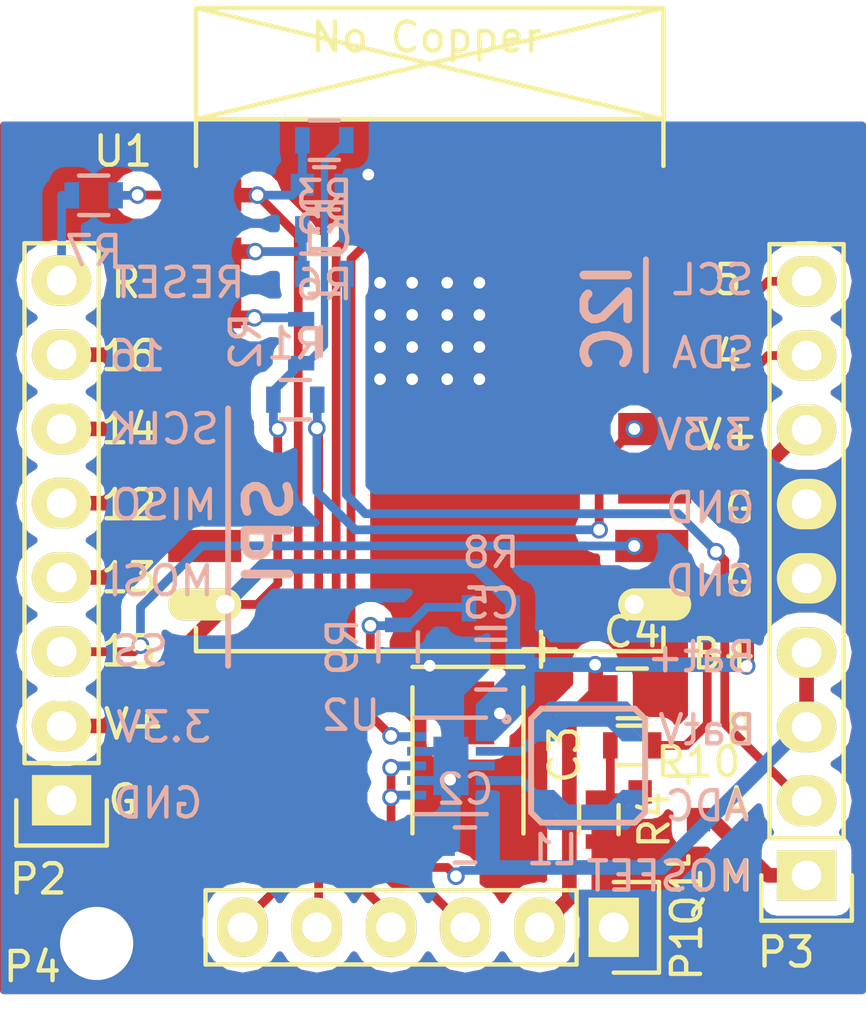
<source format=kicad_pcb>
(kicad_pcb (version 20171130) (host pcbnew "(5.0.2)-1")

  (general
    (thickness 1.6)
    (drawings 38)
    (tracks 295)
    (zones 0)
    (modules 23)
    (nets 24)
  )

  (page A4)
  (layers
    (0 F.Cu signal)
    (31 B.Cu signal)
    (32 B.Adhes user)
    (33 F.Adhes user)
    (34 B.Paste user)
    (35 F.Paste user)
    (36 B.SilkS user)
    (37 F.SilkS user)
    (38 B.Mask user hide)
    (39 F.Mask user hide)
    (40 Dwgs.User user)
    (41 Cmts.User user)
    (42 Eco1.User user)
    (43 Eco2.User user hide)
    (44 Edge.Cuts user)
    (45 Margin user)
    (46 B.CrtYd user hide)
    (47 F.CrtYd user)
    (48 B.Fab user hide)
    (49 F.Fab user hide)
  )

  (setup
    (last_trace_width 0.5)
    (user_trace_width 0.3)
    (user_trace_width 0.4)
    (user_trace_width 0.5)
    (user_trace_width 1)
    (trace_clearance 0.1)
    (zone_clearance 0.1)
    (zone_45_only yes)
    (trace_min 0.2)
    (segment_width 0.2)
    (edge_width 0.15)
    (via_size 0.6)
    (via_drill 0.4)
    (via_min_size 0.4)
    (via_min_drill 0.3)
    (uvia_size 0.3)
    (uvia_drill 0.1)
    (uvias_allowed no)
    (uvia_min_size 0.2)
    (uvia_min_drill 0.1)
    (pcb_text_width 0.3)
    (pcb_text_size 1.5 1.5)
    (mod_edge_width 0.15)
    (mod_text_size 1 1)
    (mod_text_width 0.15)
    (pad_size 2.5 1.1)
    (pad_drill 0.65)
    (pad_to_mask_clearance 0.2)
    (solder_mask_min_width 0.25)
    (aux_axis_origin 0 0)
    (visible_elements 7FFFFFFF)
    (pcbplotparams
      (layerselection 0x00030_80000001)
      (usegerberextensions false)
      (usegerberattributes false)
      (usegerberadvancedattributes false)
      (creategerberjobfile false)
      (excludeedgelayer true)
      (linewidth 0.100000)
      (plotframeref false)
      (viasonmask false)
      (mode 1)
      (useauxorigin false)
      (hpglpennumber 1)
      (hpglpenspeed 20)
      (hpglpendiameter 15.000000)
      (psnegative false)
      (psa4output false)
      (plotreference true)
      (plotvalue true)
      (plotinvisibletext false)
      (padsonsilk false)
      (subtractmaskfromsilk false)
      (outputformat 1)
      (mirror false)
      (drillshape 1)
      (scaleselection 1)
      (outputdirectory ""))
  )

  (net 0 "")
  (net 1 /RES)
  (net 2 GND)
  (net 3 VCC)
  (net 4 +3V3)
  (net 5 "Net-(L1-Pad1)")
  (net 6 "Net-(L1-Pad2)")
  (net 7 /TX)
  (net 8 /RX)
  (net 9 /GPIO0)
  (net 10 /GPIO5)
  (net 11 /GPIO4)
  (net 12 /GPIO14)
  (net 13 /GPIO12)
  (net 14 /GPIO13)
  (net 15 /GPIO15)
  (net 16 /ADC-EX)
  (net 17 /EN)
  (net 18 /ADC)
  (net 19 /GPIO16)
  (net 20 "Net-(R8-Pad2)")
  (net 21 "Net-(Q1-Pad1)")
  (net 22 /MOSFET)
  (net 23 "Net-(P2-Pad8)")

  (net_class Default "This is the default net class."
    (clearance 0.1)
    (trace_width 0.25)
    (via_dia 0.6)
    (via_drill 0.4)
    (uvia_dia 0.3)
    (uvia_drill 0.1)
    (add_net +3V3)
    (add_net /ADC)
    (add_net /ADC-EX)
    (add_net /EN)
    (add_net /GPIO0)
    (add_net /GPIO12)
    (add_net /GPIO13)
    (add_net /GPIO14)
    (add_net /GPIO15)
    (add_net /GPIO16)
    (add_net /GPIO4)
    (add_net /GPIO5)
    (add_net /MOSFET)
    (add_net /RES)
    (add_net /RX)
    (add_net /TX)
    (add_net GND)
    (add_net "Net-(L1-Pad1)")
    (add_net "Net-(L1-Pad2)")
    (add_net "Net-(P2-Pad8)")
    (add_net "Net-(Q1-Pad1)")
    (add_net "Net-(R8-Pad2)")
    (add_net VCC)
  )

  (module ESP8266:ESP-07v2 (layer F.Cu) (tedit 58D5497D) (tstamp 58D3D695)
    (at 148.5011 105.0036)
    (descr "Module, ESP-8266, ESP-07v2, 16 pad, SMD")
    (tags "Module ESP-8266 ESP8266")
    (path /58D3D45B)
    (fp_text reference U1 (at -3.5 -1.5) (layer F.SilkS)
      (effects (font (size 1 1) (thickness 0.15)))
    )
    (fp_text value ESP-07v2 (at 7.25 2.25) (layer F.Fab)
      (effects (font (size 1 1) (thickness 0.15)))
    )
    (fp_line (start -2.25 -0.5) (end -2.25 -6.65) (layer F.CrtYd) (width 0.05))
    (fp_line (start -2.25 -6.65) (end 16.25 -6.65) (layer F.CrtYd) (width 0.05))
    (fp_line (start 16.25 -6.65) (end 16.25 16) (layer F.CrtYd) (width 0.05))
    (fp_line (start 16.25 16) (end -2.25 16) (layer F.CrtYd) (width 0.05))
    (fp_line (start -2.25 16) (end -2.25 -0.5) (layer F.CrtYd) (width 0.05))
    (fp_line (start -1 -6.4) (end 15 -6.4) (layer F.SilkS) (width 0.1524))
    (fp_line (start 15 -6.4) (end 15 -1) (layer F.SilkS) (width 0.1524))
    (fp_line (start -1 -6.4) (end -1 -1) (layer F.SilkS) (width 0.1524))
    (fp_line (start -1 14.8) (end -1 15.6) (layer F.SilkS) (width 0.1524))
    (fp_line (start -1 15.6) (end 15 15.6) (layer F.SilkS) (width 0.1524))
    (fp_line (start 15 15.6) (end 15 14.8) (layer F.SilkS) (width 0.1524))
    (fp_line (start 15 -6.4) (end -1 -2.6) (layer F.SilkS) (width 0.1524))
    (fp_line (start -1 -6.4) (end 15 -2.6) (layer F.SilkS) (width 0.1524))
    (fp_text user "No Copper" (at 6.892 -5.4) (layer F.SilkS)
      (effects (font (size 1 1) (thickness 0.15)))
    )
    (fp_line (start -1.008 -2.6) (end 14.992 -2.6) (layer F.SilkS) (width 0.1524))
    (fp_line (start 15 -6.4) (end 15 15.6) (layer F.Fab) (width 0.05))
    (fp_line (start 15 15.6) (end -1 15.6) (layer F.Fab) (width 0.05))
    (fp_line (start -1.008 15.6) (end -1.008 -6.4) (layer F.Fab) (width 0.05))
    (fp_line (start -1 -6.4) (end 15 -6.4) (layer F.Fab) (width 0.05))
    (pad 1 smd rect (at 0 0) (size 2.5 1.1) (drill (offset -0.7 0)) (layers F.Cu F.Paste F.Mask)
      (net 1 /RES))
    (pad 2 smd rect (at 0 2) (size 2.5 1.1) (drill (offset -0.7 0)) (layers F.Cu F.Paste F.Mask)
      (net 18 /ADC))
    (pad 3 smd rect (at 0 4) (size 2.5 1.1) (drill (offset -0.7 0)) (layers F.Cu F.Paste F.Mask)
      (net 17 /EN))
    (pad 4 smd rect (at 0 6) (size 2.5 1.1) (drill (offset -0.7 0)) (layers F.Cu F.Paste F.Mask)
      (net 19 /GPIO16))
    (pad 5 smd rect (at 0 8) (size 2.5 1.1) (drill (offset -0.7 0)) (layers F.Cu F.Paste F.Mask)
      (net 12 /GPIO14))
    (pad 6 smd rect (at 0 10) (size 2.5 1.1) (drill (offset -0.7 0)) (layers F.Cu F.Paste F.Mask)
      (net 13 /GPIO12))
    (pad 7 smd rect (at 0 12) (size 2.5 1.1) (drill (offset -0.7 0)) (layers F.Cu F.Paste F.Mask)
      (net 14 /GPIO13))
    (pad 8 thru_hole oval (at 0 14) (size 2.5 1.1) (drill 0.65 (offset -0.7 0)) (layers *.Cu *.Mask F.SilkS)
      (net 4 +3V3))
    (pad 9 thru_hole oval (at 14 14) (size 2.5 1.1) (drill 0.65 (offset 0.7 0)) (layers *.Cu *.Mask F.SilkS)
      (net 2 GND))
    (pad 10 smd rect (at 14 12) (size 2.5 1.1) (drill (offset 0.6 0)) (layers F.Cu F.Paste F.Mask)
      (net 15 /GPIO15))
    (pad 11 smd rect (at 14 10) (size 2.5 1.1) (drill (offset 0.7 0)) (layers F.Cu F.Paste F.Mask))
    (pad 12 smd rect (at 14 8) (size 2.5 1.1) (drill (offset 0.7 0)) (layers F.Cu F.Paste F.Mask)
      (net 9 /GPIO0))
    (pad 13 smd rect (at 14 6) (size 2.5 1.1) (drill (offset 0.7 0)) (layers F.Cu F.Paste F.Mask)
      (net 11 /GPIO4))
    (pad 14 smd rect (at 14 4) (size 2.5 1.1) (drill (offset 0.7 0)) (layers F.Cu F.Paste F.Mask)
      (net 10 /GPIO5))
    (pad 15 smd rect (at 14 2) (size 2.5 1.1) (drill (offset 0.7 0)) (layers F.Cu F.Paste F.Mask)
      (net 8 /RX))
    (pad 16 smd rect (at 14 0) (size 2.5 1.1) (drill (offset 0.7 0)) (layers F.Cu F.Paste F.Mask)
      (net 7 /TX))
    (model ${ESPLIB}/ESP8266.3dshapes/ESP-07v2.wrl
      (at (xyz 0 0 0))
      (scale (xyz 0.3937 0.3937 0.3937))
      (rotate (xyz 0 0 0))
    )
  )

  (module Pin_Headers:Pin_Header_Straight_1x09 (layer F.Cu) (tedit 0) (tstamp 58D537E8)
    (at 168.4 128.27 180)
    (descr "Through hole pin header")
    (tags "pin header")
    (path /58D5B21C)
    (fp_text reference P3 (at 0.7 -2.63 180) (layer F.SilkS)
      (effects (font (size 1 1) (thickness 0.15)))
    )
    (fp_text value CONN_01X09 (at 0 -3.1 180) (layer F.Fab)
      (effects (font (size 1 1) (thickness 0.15)))
    )
    (fp_line (start -1.75 -1.75) (end -1.75 22.1) (layer F.CrtYd) (width 0.05))
    (fp_line (start 1.75 -1.75) (end 1.75 22.1) (layer F.CrtYd) (width 0.05))
    (fp_line (start -1.75 -1.75) (end 1.75 -1.75) (layer F.CrtYd) (width 0.05))
    (fp_line (start -1.75 22.1) (end 1.75 22.1) (layer F.CrtYd) (width 0.05))
    (fp_line (start 1.27 1.27) (end 1.27 21.59) (layer F.SilkS) (width 0.15))
    (fp_line (start 1.27 21.59) (end -1.27 21.59) (layer F.SilkS) (width 0.15))
    (fp_line (start -1.27 21.59) (end -1.27 1.27) (layer F.SilkS) (width 0.15))
    (fp_line (start 1.55 -1.55) (end 1.55 0) (layer F.SilkS) (width 0.15))
    (fp_line (start 1.27 1.27) (end -1.27 1.27) (layer F.SilkS) (width 0.15))
    (fp_line (start -1.55 0) (end -1.55 -1.55) (layer F.SilkS) (width 0.15))
    (fp_line (start -1.55 -1.55) (end 1.55 -1.55) (layer F.SilkS) (width 0.15))
    (pad 1 thru_hole rect (at 0 0 180) (size 2.032 1.7272) (drill 1.016) (layers *.Cu *.Mask F.SilkS)
      (net 22 /MOSFET))
    (pad 2 thru_hole oval (at 0 2.54 180) (size 2.032 1.7272) (drill 1.016) (layers *.Cu *.Mask F.SilkS)
      (net 16 /ADC-EX))
    (pad 3 thru_hole oval (at 0 5.08 180) (size 2.032 1.7272) (drill 1.016) (layers *.Cu *.Mask F.SilkS)
      (net 3 VCC))
    (pad 4 thru_hole oval (at 0 7.62 180) (size 2.032 1.7272) (drill 1.016) (layers *.Cu *.Mask F.SilkS)
      (net 3 VCC))
    (pad 5 thru_hole oval (at 0 10.16 180) (size 2.032 1.7272) (drill 1.016) (layers *.Cu *.Mask F.SilkS)
      (net 2 GND))
    (pad 6 thru_hole oval (at 0 12.7 180) (size 2.032 1.7272) (drill 1.016) (layers *.Cu *.Mask F.SilkS)
      (net 2 GND))
    (pad 7 thru_hole oval (at 0 15.24 180) (size 2.032 1.7272) (drill 1.016) (layers *.Cu *.Mask F.SilkS)
      (net 4 +3V3))
    (pad 8 thru_hole oval (at 0 17.78 180) (size 2.032 1.7272) (drill 1.016) (layers *.Cu *.Mask F.SilkS)
      (net 11 /GPIO4))
    (pad 9 thru_hole oval (at 0 20.32 180) (size 2.032 1.7272) (drill 1.016) (layers *.Cu *.Mask F.SilkS)
      (net 10 /GPIO5))
    (model Pin_Headers.3dshapes/Pin_Header_Straight_1x09.wrl
      (offset (xyz 0 -10.15999984741211 0))
      (scale (xyz 1 1 1))
      (rotate (xyz 0 0 90))
    )
  )

  (module footprints:LPS4018 (layer B.Cu) (tedit 58D584A8) (tstamp 58D3F887)
    (at 160.921343 124.518031 90)
    (descr "SELF WE-TPC/M")
    (path /58D42BCB)
    (attr smd)
    (fp_text reference L1 (at -2.881969 -1.221343 180) (layer B.SilkS)
      (effects (font (size 1 1) (thickness 0.15)) (justify mirror))
    )
    (fp_text value INDUCTOR (at 0.318031 3.178657 90) (layer B.SilkS) hide
      (effects (font (size 0.8001 0.8001) (thickness 0.16002)) (justify mirror))
    )
    (fp_line (start 1.95 1.6) (end 1.6 1.95) (layer B.SilkS) (width 0.2032))
    (fp_line (start 1.95 1.6) (end 1.95 -1.6) (layer B.SilkS) (width 0.2032))
    (fp_line (start 1.95 -1.6) (end 1.6 -1.95) (layer B.SilkS) (width 0.2032))
    (fp_line (start 1.6 -1.95) (end -1.6 -1.95) (layer B.SilkS) (width 0.2032))
    (fp_line (start -1.6 -1.95) (end -1.95 -1.6) (layer B.SilkS) (width 0.2032))
    (fp_line (start -1.95 -1.6) (end -1.95 1.6) (layer B.SilkS) (width 0.2032))
    (fp_line (start -1.95 1.6) (end -1.6 1.95) (layer B.SilkS) (width 0.2032))
    (fp_line (start -1.6 1.95) (end 1.6 1.95) (layer B.SilkS) (width 0.2032))
    (pad 1 smd rect (at -1.765 0) (size 2 0.87) (layers B.Cu B.Paste B.Mask)
      (net 5 "Net-(L1-Pad1)"))
    (pad 2 smd rect (at 1.765 0 180) (size 2 0.87) (layers B.Cu B.Paste B.Mask)
      (net 6 "Net-(L1-Pad2)"))
    (pad 1 smd trapezoid (at -1.708 1.45 45) (size 1.39 0.547) (rect_delta 0 -0.547 ) (layers B.Cu B.Paste B.Mask)
      (net 5 "Net-(L1-Pad1)"))
    (pad 1 smd trapezoid (at -1.32 1.064 225) (size 1.39 0.547) (rect_delta 0 -0.547 ) (layers B.Cu B.Paste B.Mask)
      (net 5 "Net-(L1-Pad1)"))
    (pad 2 smd trapezoid (at 1.708 1.45 135) (size 1.39 0.547) (rect_delta 0 -0.547 ) (layers B.Cu B.Paste B.Mask)
      (net 6 "Net-(L1-Pad2)"))
    (pad 2 smd trapezoid (at 1.32 1.064 315) (size 1.39 0.547) (rect_delta 0 -0.547 ) (layers B.Cu B.Paste B.Mask)
      (net 6 "Net-(L1-Pad2)"))
    (pad 1 smd trapezoid (at -1.32 -1.064 135) (size 1.39 0.547) (rect_delta 0 -0.547 ) (layers B.Cu B.Paste B.Mask)
      (net 5 "Net-(L1-Pad1)"))
    (pad 1 smd trapezoid (at -1.708 -1.45 315) (size 1.39 0.547) (rect_delta 0 -0.547 ) (layers B.Cu B.Paste B.Mask)
      (net 5 "Net-(L1-Pad1)"))
    (pad 2 smd trapezoid (at 1.32 -1.064 45) (size 1.39 0.547) (rect_delta 0 -0.547 ) (layers B.Cu B.Paste B.Mask)
      (net 6 "Net-(L1-Pad2)"))
    (pad 2 smd trapezoid (at 1.708 -1.45 225) (size 1.39 0.547) (rect_delta 0 -0.547 ) (layers B.Cu B.Paste B.Mask)
      (net 6 "Net-(L1-Pad2)"))
    (model smd/cms_self.wrl
      (at (xyz 0 0 0))
      (scale (xyz 0.4 0.4 0.1))
      (rotate (xyz 0 0 0))
    )
  )

  (module Pin_Headers:Pin_Header_Straight_1x06 (layer F.Cu) (tedit 0) (tstamp 58D3F891)
    (at 161.798 130.048 270)
    (descr "Through hole pin header")
    (tags "pin header")
    (path /58D40827)
    (fp_text reference P1 (at 0.852 -2.502 270) (layer F.SilkS)
      (effects (font (size 1 1) (thickness 0.15)))
    )
    (fp_text value CONN_01X06 (at 0 -3.1 270) (layer F.Fab)
      (effects (font (size 1 1) (thickness 0.15)))
    )
    (fp_line (start -1.75 -1.75) (end -1.75 14.45) (layer F.CrtYd) (width 0.05))
    (fp_line (start 1.75 -1.75) (end 1.75 14.45) (layer F.CrtYd) (width 0.05))
    (fp_line (start -1.75 -1.75) (end 1.75 -1.75) (layer F.CrtYd) (width 0.05))
    (fp_line (start -1.75 14.45) (end 1.75 14.45) (layer F.CrtYd) (width 0.05))
    (fp_line (start 1.27 1.27) (end 1.27 13.97) (layer F.SilkS) (width 0.15))
    (fp_line (start 1.27 13.97) (end -1.27 13.97) (layer F.SilkS) (width 0.15))
    (fp_line (start -1.27 13.97) (end -1.27 1.27) (layer F.SilkS) (width 0.15))
    (fp_line (start 1.55 -1.55) (end 1.55 0) (layer F.SilkS) (width 0.15))
    (fp_line (start 1.27 1.27) (end -1.27 1.27) (layer F.SilkS) (width 0.15))
    (fp_line (start -1.55 0) (end -1.55 -1.55) (layer F.SilkS) (width 0.15))
    (fp_line (start -1.55 -1.55) (end 1.55 -1.55) (layer F.SilkS) (width 0.15))
    (pad 1 thru_hole rect (at 0 0 270) (size 2.032 1.7272) (drill 1.016) (layers *.Cu *.Mask F.SilkS)
      (net 2 GND))
    (pad 2 thru_hole oval (at 0 2.54 270) (size 2.032 1.7272) (drill 1.016) (layers *.Cu *.Mask F.SilkS)
      (net 4 +3V3))
    (pad 3 thru_hole oval (at 0 5.08 270) (size 2.032 1.7272) (drill 1.016) (layers *.Cu *.Mask F.SilkS)
      (net 7 /TX))
    (pad 4 thru_hole oval (at 0 7.62 270) (size 2.032 1.7272) (drill 1.016) (layers *.Cu *.Mask F.SilkS)
      (net 8 /RX))
    (pad 5 thru_hole oval (at 0 10.16 270) (size 2.032 1.7272) (drill 1.016) (layers *.Cu *.Mask F.SilkS)
      (net 9 /GPIO0))
    (pad 6 thru_hole oval (at 0 12.7 270) (size 2.032 1.7272) (drill 1.016) (layers *.Cu *.Mask F.SilkS)
      (net 1 /RES))
    (model Pin_Headers.3dshapes/Pin_Header_Straight_1x06.wrl
      (offset (xyz 0 -6.349999904632568 0))
      (scale (xyz 1 1 1))
      (rotate (xyz 0 0 90))
    )
  )

  (module Housings_QFP:DSK-10Pin-VSON (layer B.Cu) (tedit 58D3EAAA) (tstamp 58D3F8F2)
    (at 156.227143 124.526031 180)
    (descr "10-Lead Plastic Dual Flat, No Lead Package (MF) - 3x3x0.9 mm Body [DFN] (see Microchip Packaging Specification 00000049BS.pdf)")
    (tags "DFN 0.5")
    (path /58D46B19)
    (attr smd)
    (fp_text reference U2 (at 3.427143 1.726031 180) (layer B.SilkS)
      (effects (font (size 1 1) (thickness 0.15)) (justify mirror))
    )
    (fp_text value TPS63030 (at 0 -2.575 180) (layer B.Fab)
      (effects (font (size 1 1) (thickness 0.15)) (justify mirror))
    )
    (fp_circle (center -1.9 1.6) (end -1.8 1.6) (layer B.SilkS) (width 0.15))
    (fp_line (start -2.15 1.85) (end -2.15 -1.85) (layer B.CrtYd) (width 0.05))
    (fp_line (start 2.15 1.85) (end 2.15 -1.85) (layer B.CrtYd) (width 0.05))
    (fp_line (start -2.15 1.85) (end 2.15 1.85) (layer B.CrtYd) (width 0.05))
    (fp_line (start -2.15 -1.85) (end 2.15 -1.85) (layer B.CrtYd) (width 0.05))
    (fp_line (start -1.225 -1.65) (end 1.225 -1.65) (layer B.SilkS) (width 0.15))
    (fp_line (start -1.200515 1.65) (end 1.225 1.65) (layer B.SilkS) (width 0.15))
    (pad 1 smd rect (at -1.175 1 180) (size 0.65 0.3) (layers B.Cu B.Paste B.Mask)
      (net 4 +3V3))
    (pad 2 smd rect (at -1.175 0.5 180) (size 0.65 0.3) (layers B.Cu B.Paste B.Mask)
      (net 6 "Net-(L1-Pad2)"))
    (pad 3 smd rect (at -1.175 0 180) (size 0.65 0.3) (layers B.Cu B.Paste B.Mask)
      (net 2 GND))
    (pad 4 smd rect (at -1.175 -0.5 180) (size 0.65 0.3) (layers B.Cu B.Paste B.Mask)
      (net 5 "Net-(L1-Pad1)"))
    (pad 5 smd rect (at -1.175 -1 180) (size 0.65 0.3) (layers B.Cu B.Paste B.Mask)
      (net 3 VCC))
    (pad 6 smd rect (at 1.175 -1 180) (size 0.65 0.3) (layers B.Cu B.Paste B.Mask)
      (net 3 VCC))
    (pad 7 smd rect (at 1.175 -0.5 180) (size 0.65 0.3) (layers B.Cu B.Paste B.Mask)
      (net 2 GND))
    (pad 8 smd rect (at 1.175 0 180) (size 0.65 0.3) (layers B.Cu B.Paste B.Mask)
      (net 3 VCC))
    (pad 9 smd rect (at 1.175 0.5 180) (size 0.65 0.3) (layers B.Cu B.Paste B.Mask)
      (net 2 GND))
    (pad 10 smd rect (at 1.175 1 180) (size 0.65 0.3) (layers B.Cu B.Paste B.Mask)
      (net 20 "Net-(R8-Pad2)"))
    (pad 11 smd rect (at 0.3 -0.5 180) (size 0.6 1) (layers B.Cu B.Paste B.Mask)
      (net 2 GND) (solder_paste_margin_ratio -0.2))
    (pad 11 smd rect (at 0.3 0.5 180) (size 0.6 1) (layers B.Cu B.Paste B.Mask)
      (net 2 GND) (solder_paste_margin_ratio -0.2))
    (pad 11 smd rect (at -0.3 -0.5 180) (size 0.6 1) (layers B.Cu B.Paste B.Mask)
      (net 2 GND) (solder_paste_margin_ratio -0.2))
    (pad 11 smd rect (at -0.3 0.5 180) (size 0.6 1) (layers B.Cu B.Paste B.Mask)
      (net 2 GND) (solder_paste_margin_ratio -0.2))
    (model Housings_DFN_QFN.3dshapes/DFN-10-1EP_3x3mm_Pitch0.5mm.wrl
      (at (xyz 0 0 0))
      (scale (xyz 1 1 1))
      (rotate (xyz 0 0 0))
    )
  )

  (module TO_SOT_Packages_SMD:SOT-23 (layer F.Cu) (tedit 553634F8) (tstamp 58D51FB5)
    (at 163.703 126.365 270)
    (descr "SOT-23, Standard")
    (tags SOT-23)
    (path /58D53420)
    (attr smd)
    (fp_text reference Q1 (at 2.635 -0.597 270) (layer F.SilkS)
      (effects (font (size 1 1) (thickness 0.15)))
    )
    (fp_text value Q_NMOS_GSD (at 0 2.3 270) (layer F.Fab)
      (effects (font (size 1 1) (thickness 0.15)))
    )
    (fp_line (start -1.65 -1.6) (end 1.65 -1.6) (layer F.CrtYd) (width 0.05))
    (fp_line (start 1.65 -1.6) (end 1.65 1.6) (layer F.CrtYd) (width 0.05))
    (fp_line (start 1.65 1.6) (end -1.65 1.6) (layer F.CrtYd) (width 0.05))
    (fp_line (start -1.65 1.6) (end -1.65 -1.6) (layer F.CrtYd) (width 0.05))
    (fp_line (start 1.29916 -0.65024) (end 1.2509 -0.65024) (layer F.SilkS) (width 0.15))
    (fp_line (start -1.49982 0.0508) (end -1.49982 -0.65024) (layer F.SilkS) (width 0.15))
    (fp_line (start -1.49982 -0.65024) (end -1.2509 -0.65024) (layer F.SilkS) (width 0.15))
    (fp_line (start 1.29916 -0.65024) (end 1.49982 -0.65024) (layer F.SilkS) (width 0.15))
    (fp_line (start 1.49982 -0.65024) (end 1.49982 0.0508) (layer F.SilkS) (width 0.15))
    (pad 1 smd rect (at -0.95 1.00076 270) (size 0.8001 0.8001) (layers F.Cu F.Paste F.Mask)
      (net 21 "Net-(Q1-Pad1)"))
    (pad 2 smd rect (at 0.95 1.00076 270) (size 0.8001 0.8001) (layers F.Cu F.Paste F.Mask)
      (net 2 GND))
    (pad 3 smd rect (at 0 -0.99822 270) (size 0.8001 0.8001) (layers F.Cu F.Paste F.Mask)
      (net 22 /MOSFET))
    (model TO_SOT_Packages_SMD.3dshapes/SOT-23.wrl
      (at (xyz 0 0 0))
      (scale (xyz 1 1 1))
      (rotate (xyz 0 0 0))
    )
  )

  (module Pin_Headers:Pin_Header_Straight_1x08 (layer F.Cu) (tedit 0) (tstamp 58D534E1)
    (at 142.9 125.7 180)
    (descr "Through hole pin header")
    (tags "pin header")
    (path /58D57D5C)
    (fp_text reference P2 (at 0.8 -2.7 180) (layer F.SilkS)
      (effects (font (size 1 1) (thickness 0.15)))
    )
    (fp_text value CONN_01X08 (at 0 -3.1 180) (layer F.Fab)
      (effects (font (size 1 1) (thickness 0.15)))
    )
    (fp_line (start -1.75 -1.75) (end -1.75 19.55) (layer F.CrtYd) (width 0.05))
    (fp_line (start 1.75 -1.75) (end 1.75 19.55) (layer F.CrtYd) (width 0.05))
    (fp_line (start -1.75 -1.75) (end 1.75 -1.75) (layer F.CrtYd) (width 0.05))
    (fp_line (start -1.75 19.55) (end 1.75 19.55) (layer F.CrtYd) (width 0.05))
    (fp_line (start 1.27 1.27) (end 1.27 19.05) (layer F.SilkS) (width 0.15))
    (fp_line (start 1.27 19.05) (end -1.27 19.05) (layer F.SilkS) (width 0.15))
    (fp_line (start -1.27 19.05) (end -1.27 1.27) (layer F.SilkS) (width 0.15))
    (fp_line (start 1.55 -1.55) (end 1.55 0) (layer F.SilkS) (width 0.15))
    (fp_line (start 1.27 1.27) (end -1.27 1.27) (layer F.SilkS) (width 0.15))
    (fp_line (start -1.55 0) (end -1.55 -1.55) (layer F.SilkS) (width 0.15))
    (fp_line (start -1.55 -1.55) (end 1.55 -1.55) (layer F.SilkS) (width 0.15))
    (pad 1 thru_hole rect (at 0 0 180) (size 2.032 1.7272) (drill 1.016) (layers *.Cu *.Mask F.SilkS)
      (net 2 GND))
    (pad 2 thru_hole oval (at 0 2.54 180) (size 2.032 1.7272) (drill 1.016) (layers *.Cu *.Mask F.SilkS)
      (net 4 +3V3))
    (pad 3 thru_hole oval (at 0 5.08 180) (size 2.032 1.7272) (drill 1.016) (layers *.Cu *.Mask F.SilkS)
      (net 15 /GPIO15))
    (pad 4 thru_hole oval (at 0 7.62 180) (size 2.032 1.7272) (drill 1.016) (layers *.Cu *.Mask F.SilkS)
      (net 14 /GPIO13))
    (pad 5 thru_hole oval (at 0 10.16 180) (size 2.032 1.7272) (drill 1.016) (layers *.Cu *.Mask F.SilkS)
      (net 13 /GPIO12))
    (pad 6 thru_hole oval (at 0 12.7 180) (size 2.032 1.7272) (drill 1.016) (layers *.Cu *.Mask F.SilkS)
      (net 12 /GPIO14))
    (pad 7 thru_hole oval (at 0 15.24 180) (size 2.032 1.7272) (drill 1.016) (layers *.Cu *.Mask F.SilkS)
      (net 19 /GPIO16))
    (pad 8 thru_hole oval (at 0 17.78 180) (size 2.032 1.7272) (drill 1.016) (layers *.Cu *.Mask F.SilkS)
      (net 23 "Net-(P2-Pad8)"))
    (model Pin_Headers.3dshapes/Pin_Header_Straight_1x08.wrl
      (offset (xyz 0 -8.889999866485596 0))
      (scale (xyz 1 1 1))
      (rotate (xyz 0 0 90))
    )
  )

  (module Mounting_Holes:MountingHole_2.5mm (layer F.Cu) (tedit 56D1B4CB) (tstamp 58D5B7F2)
    (at 144.1 130.6)
    (descr "Mounting Hole 2.5mm, no annular")
    (tags "mounting hole 2.5mm no annular")
    (path /58D58C94)
    (fp_text reference P4 (at -2.2 0.8) (layer F.SilkS)
      (effects (font (size 1 1) (thickness 0.15)))
    )
    (fp_text value CONN_01X01 (at 0 3.5) (layer F.Fab)
      (effects (font (size 1 1) (thickness 0.15)))
    )
    (fp_circle (center 0 0) (end 2.5 0) (layer Cmts.User) (width 0.15))
    (fp_circle (center 0 0) (end 2.75 0) (layer F.CrtYd) (width 0.05))
    (pad 1 np_thru_hole circle (at 0 0) (size 2.5 2.5) (drill 2.5) (layers *.Cu *.Mask F.SilkS)
      (net 2 GND))
  )

  (module Capacitors_Tantalum_SMD:TantalC_SizeB_EIA-3528_Wave (layer F.Cu) (tedit 0) (tstamp 58D5CAEE)
    (at 156.81 124.34 270)
    (descr "Tantal Cap. , Size B, EIA-3528, Wave,")
    (tags "Tantal Cap. , Size B, EIA-3528, Wave,")
    (path /58D5D746)
    (attr smd)
    (fp_text reference C3 (at -0.20066 -3.29946 270) (layer F.SilkS)
      (effects (font (size 1 1) (thickness 0.15)))
    )
    (fp_text value 100u (at -0.09906 3.59918 270) (layer F.Fab)
      (effects (font (size 1 1) (thickness 0.15)))
    )
    (fp_text user + (at -3.79984 -2.49936 270) (layer F.SilkS)
      (effects (font (size 1 1) (thickness 0.15)))
    )
    (fp_line (start -3.2004 -1.89992) (end -3.2004 1.89992) (layer F.SilkS) (width 0.15))
    (fp_line (start 2.49936 -1.89992) (end -2.49936 -1.89992) (layer F.SilkS) (width 0.15))
    (fp_line (start 2.49682 1.89992) (end -2.5019 1.89992) (layer F.SilkS) (width 0.15))
    (fp_line (start -3.80238 -3.00228) (end -3.80238 -1.90246) (layer F.SilkS) (width 0.15))
    (fp_line (start -4.40182 -2.5019) (end -3.20294 -2.5019) (layer F.SilkS) (width 0.15))
    (pad 2 smd rect (at 1.6256 0 270) (size 2.14884 1.80086) (layers F.Cu F.Paste F.Mask)
      (net 2 GND))
    (pad 1 smd rect (at -1.6256 0 270) (size 2.14884 1.80086) (layers F.Cu F.Paste F.Mask)
      (net 4 +3V3))
    (model Capacitors_Tantalum_SMD.3dshapes/TantalC_SizeB_EIA-3528_Wave.wrl
      (at (xyz 0 0 0))
      (scale (xyz 1 1 1))
      (rotate (xyz 0 0 180))
    )
  )

  (module Capacitors_SMD:C_0603 (layer B.Cu) (tedit 5415D631) (tstamp 58D5EA3F)
    (at 151.892 104.648)
    (descr "Capacitor SMD 0603, reflow soldering, AVX (see smccp.pdf)")
    (tags "capacitor 0603")
    (path /58D3E9C9)
    (attr smd)
    (fp_text reference C1 (at 0 1.9) (layer B.SilkS)
      (effects (font (size 1 1) (thickness 0.15)) (justify mirror))
    )
    (fp_text value 470p (at 0 -1.9) (layer B.Fab)
      (effects (font (size 1 1) (thickness 0.15)) (justify mirror))
    )
    (fp_line (start -1.45 0.75) (end 1.45 0.75) (layer B.CrtYd) (width 0.05))
    (fp_line (start -1.45 -0.75) (end 1.45 -0.75) (layer B.CrtYd) (width 0.05))
    (fp_line (start -1.45 0.75) (end -1.45 -0.75) (layer B.CrtYd) (width 0.05))
    (fp_line (start 1.45 0.75) (end 1.45 -0.75) (layer B.CrtYd) (width 0.05))
    (fp_line (start -0.35 0.6) (end 0.35 0.6) (layer B.SilkS) (width 0.15))
    (fp_line (start 0.35 -0.6) (end -0.35 -0.6) (layer B.SilkS) (width 0.15))
    (pad 1 smd rect (at -0.75 0) (size 0.8 0.75) (layers B.Cu B.Paste B.Mask)
      (net 1 /RES))
    (pad 2 smd rect (at 0.75 0) (size 0.8 0.75) (layers B.Cu B.Paste B.Mask)
      (net 2 GND))
    (model Capacitors_SMD.3dshapes/C_0603.wrl
      (at (xyz 0 0 0))
      (scale (xyz 1 1 1))
      (rotate (xyz 0 0 0))
    )
  )

  (module Capacitors_SMD:C_0603 (layer B.Cu) (tedit 5415D631) (tstamp 58D5EA44)
    (at 156.71 127.23 180)
    (descr "Capacitor SMD 0603, reflow soldering, AVX (see smccp.pdf)")
    (tags "capacitor 0603")
    (path /58D44E73)
    (attr smd)
    (fp_text reference C2 (at 0 1.9 180) (layer B.SilkS)
      (effects (font (size 1 1) (thickness 0.15)) (justify mirror))
    )
    (fp_text value 2u2 (at 0 -1.9 180) (layer B.Fab)
      (effects (font (size 1 1) (thickness 0.15)) (justify mirror))
    )
    (fp_line (start -1.45 0.75) (end 1.45 0.75) (layer B.CrtYd) (width 0.05))
    (fp_line (start -1.45 -0.75) (end 1.45 -0.75) (layer B.CrtYd) (width 0.05))
    (fp_line (start -1.45 0.75) (end -1.45 -0.75) (layer B.CrtYd) (width 0.05))
    (fp_line (start 1.45 0.75) (end 1.45 -0.75) (layer B.CrtYd) (width 0.05))
    (fp_line (start -0.35 0.6) (end 0.35 0.6) (layer B.SilkS) (width 0.15))
    (fp_line (start 0.35 -0.6) (end -0.35 -0.6) (layer B.SilkS) (width 0.15))
    (pad 1 smd rect (at -0.75 0 180) (size 0.8 0.75) (layers B.Cu B.Paste B.Mask)
      (net 3 VCC))
    (pad 2 smd rect (at 0.75 0 180) (size 0.8 0.75) (layers B.Cu B.Paste B.Mask)
      (net 2 GND))
    (model Capacitors_SMD.3dshapes/C_0603.wrl
      (at (xyz 0 0 0))
      (scale (xyz 1 1 1))
      (rotate (xyz 0 0 0))
    )
  )

  (module Capacitors_SMD:C_0805 (layer F.Cu) (tedit 5415D6EA) (tstamp 58D5EA49)
    (at 162.433 122.047)
    (descr "Capacitor SMD 0805, reflow soldering, AVX (see smccp.pdf)")
    (tags "capacitor 0805")
    (path /58D44EAA)
    (attr smd)
    (fp_text reference C4 (at 0 -2.1) (layer F.SilkS)
      (effects (font (size 1 1) (thickness 0.15)))
    )
    (fp_text value 10u (at 0 2.1) (layer F.Fab)
      (effects (font (size 1 1) (thickness 0.15)))
    )
    (fp_line (start -1.8 -1) (end 1.8 -1) (layer F.CrtYd) (width 0.05))
    (fp_line (start -1.8 1) (end 1.8 1) (layer F.CrtYd) (width 0.05))
    (fp_line (start -1.8 -1) (end -1.8 1) (layer F.CrtYd) (width 0.05))
    (fp_line (start 1.8 -1) (end 1.8 1) (layer F.CrtYd) (width 0.05))
    (fp_line (start 0.5 -0.85) (end -0.5 -0.85) (layer F.SilkS) (width 0.15))
    (fp_line (start -0.5 0.85) (end 0.5 0.85) (layer F.SilkS) (width 0.15))
    (pad 1 smd rect (at -1 0) (size 1 1.25) (layers F.Cu F.Paste F.Mask)
      (net 4 +3V3))
    (pad 2 smd rect (at 1 0) (size 1 1.25) (layers F.Cu F.Paste F.Mask)
      (net 2 GND))
    (model Capacitors_SMD.3dshapes/C_0805.wrl
      (at (xyz 0 0 0))
      (scale (xyz 1 1 1))
      (rotate (xyz 0 0 0))
    )
  )

  (module Capacitors_SMD:C_0805 (layer B.Cu) (tedit 5415D6EA) (tstamp 58D5EA4E)
    (at 157.593943 121.063631 180)
    (descr "Capacitor SMD 0805, reflow soldering, AVX (see smccp.pdf)")
    (tags "capacitor 0805")
    (path /58D46F58)
    (attr smd)
    (fp_text reference C5 (at 0 2.1 180) (layer B.SilkS)
      (effects (font (size 1 1) (thickness 0.15)) (justify mirror))
    )
    (fp_text value 10u (at 0 -2.1 180) (layer B.Fab)
      (effects (font (size 1 1) (thickness 0.15)) (justify mirror))
    )
    (fp_line (start -1.8 1) (end 1.8 1) (layer B.CrtYd) (width 0.05))
    (fp_line (start -1.8 -1) (end 1.8 -1) (layer B.CrtYd) (width 0.05))
    (fp_line (start -1.8 1) (end -1.8 -1) (layer B.CrtYd) (width 0.05))
    (fp_line (start 1.8 1) (end 1.8 -1) (layer B.CrtYd) (width 0.05))
    (fp_line (start 0.5 0.85) (end -0.5 0.85) (layer B.SilkS) (width 0.15))
    (fp_line (start -0.5 -0.85) (end 0.5 -0.85) (layer B.SilkS) (width 0.15))
    (pad 1 smd rect (at -1 0 180) (size 1 1.25) (layers B.Cu B.Paste B.Mask)
      (net 4 +3V3))
    (pad 2 smd rect (at 1 0 180) (size 1 1.25) (layers B.Cu B.Paste B.Mask)
      (net 2 GND))
    (model Capacitors_SMD.3dshapes/C_0805.wrl
      (at (xyz 0 0 0))
      (scale (xyz 1 1 1))
      (rotate (xyz 0 0 0))
    )
  )

  (module Resistors_SMD:R_0603 (layer B.Cu) (tedit 5415CC62) (tstamp 58D5EA53)
    (at 150.9 112 180)
    (descr "Resistor SMD 0603, reflow soldering, Vishay (see dcrcw.pdf)")
    (tags "resistor 0603")
    (path /58D3E72A)
    (attr smd)
    (fp_text reference R1 (at 0 1.9 180) (layer B.SilkS)
      (effects (font (size 1 1) (thickness 0.15)) (justify mirror))
    )
    (fp_text value 12k (at 0 -1.9 180) (layer B.Fab)
      (effects (font (size 1 1) (thickness 0.15)) (justify mirror))
    )
    (fp_line (start -1.3 0.8) (end 1.3 0.8) (layer B.CrtYd) (width 0.05))
    (fp_line (start -1.3 -0.8) (end 1.3 -0.8) (layer B.CrtYd) (width 0.05))
    (fp_line (start -1.3 0.8) (end -1.3 -0.8) (layer B.CrtYd) (width 0.05))
    (fp_line (start 1.3 0.8) (end 1.3 -0.8) (layer B.CrtYd) (width 0.05))
    (fp_line (start 0.5 -0.675) (end -0.5 -0.675) (layer B.SilkS) (width 0.15))
    (fp_line (start -0.5 0.675) (end 0.5 0.675) (layer B.SilkS) (width 0.15))
    (pad 1 smd rect (at -0.75 0 180) (size 0.5 0.9) (layers B.Cu B.Paste B.Mask)
      (net 9 /GPIO0))
    (pad 2 smd rect (at 0.75 0 180) (size 0.5 0.9) (layers B.Cu B.Paste B.Mask)
      (net 4 +3V3))
    (model Resistors_SMD.3dshapes/R_0603.wrl
      (at (xyz 0 0 0))
      (scale (xyz 1 1 1))
      (rotate (xyz 0 0 0))
    )
  )

  (module Resistors_SMD:R_0603 (layer B.Cu) (tedit 5415CC62) (tstamp 58D5EA58)
    (at 151.1 110 270)
    (descr "Resistor SMD 0603, reflow soldering, Vishay (see dcrcw.pdf)")
    (tags "resistor 0603")
    (path /58D3E766)
    (attr smd)
    (fp_text reference R2 (at 0 1.9 270) (layer B.SilkS)
      (effects (font (size 1 1) (thickness 0.15)) (justify mirror))
    )
    (fp_text value 12k (at 0 -1.9 270) (layer B.Fab)
      (effects (font (size 1 1) (thickness 0.15)) (justify mirror))
    )
    (fp_line (start -1.3 0.8) (end 1.3 0.8) (layer B.CrtYd) (width 0.05))
    (fp_line (start -1.3 -0.8) (end 1.3 -0.8) (layer B.CrtYd) (width 0.05))
    (fp_line (start -1.3 0.8) (end -1.3 -0.8) (layer B.CrtYd) (width 0.05))
    (fp_line (start 1.3 0.8) (end 1.3 -0.8) (layer B.CrtYd) (width 0.05))
    (fp_line (start 0.5 -0.675) (end -0.5 -0.675) (layer B.SilkS) (width 0.15))
    (fp_line (start -0.5 0.675) (end 0.5 0.675) (layer B.SilkS) (width 0.15))
    (pad 1 smd rect (at -0.75 0 270) (size 0.5 0.9) (layers B.Cu B.Paste B.Mask)
      (net 17 /EN))
    (pad 2 smd rect (at 0.75 0 270) (size 0.5 0.9) (layers B.Cu B.Paste B.Mask)
      (net 4 +3V3))
    (model Resistors_SMD.3dshapes/R_0603.wrl
      (at (xyz 0 0 0))
      (scale (xyz 1 1 1))
      (rotate (xyz 0 0 0))
    )
  )

  (module Resistors_SMD:R_0603 (layer B.Cu) (tedit 5415CC62) (tstamp 58D5EA5D)
    (at 151.892 103.124)
    (descr "Resistor SMD 0603, reflow soldering, Vishay (see dcrcw.pdf)")
    (tags "resistor 0603")
    (path /58D3E785)
    (attr smd)
    (fp_text reference R3 (at 0 1.9) (layer B.SilkS)
      (effects (font (size 1 1) (thickness 0.15)) (justify mirror))
    )
    (fp_text value 12k (at 0 -1.9) (layer B.Fab)
      (effects (font (size 1 1) (thickness 0.15)) (justify mirror))
    )
    (fp_line (start -1.3 0.8) (end 1.3 0.8) (layer B.CrtYd) (width 0.05))
    (fp_line (start -1.3 -0.8) (end 1.3 -0.8) (layer B.CrtYd) (width 0.05))
    (fp_line (start -1.3 0.8) (end -1.3 -0.8) (layer B.CrtYd) (width 0.05))
    (fp_line (start 1.3 0.8) (end 1.3 -0.8) (layer B.CrtYd) (width 0.05))
    (fp_line (start 0.5 -0.675) (end -0.5 -0.675) (layer B.SilkS) (width 0.15))
    (fp_line (start -0.5 0.675) (end 0.5 0.675) (layer B.SilkS) (width 0.15))
    (pad 1 smd rect (at -0.75 0) (size 0.5 0.9) (layers B.Cu B.Paste B.Mask)
      (net 1 /RES))
    (pad 2 smd rect (at 0.75 0) (size 0.5 0.9) (layers B.Cu B.Paste B.Mask)
      (net 4 +3V3))
    (model Resistors_SMD.3dshapes/R_0603.wrl
      (at (xyz 0 0 0))
      (scale (xyz 1 1 1))
      (rotate (xyz 0 0 0))
    )
  )

  (module Resistors_SMD:R_0603 (layer F.Cu) (tedit 5415CC62) (tstamp 58D5EA62)
    (at 161.29 126.365 270)
    (descr "Resistor SMD 0603, reflow soldering, Vishay (see dcrcw.pdf)")
    (tags "resistor 0603")
    (path /58D54EFC)
    (attr smd)
    (fp_text reference R4 (at 0 -1.9 270) (layer F.SilkS)
      (effects (font (size 1 1) (thickness 0.15)))
    )
    (fp_text value 12k (at 0 1.9 270) (layer F.Fab)
      (effects (font (size 1 1) (thickness 0.15)))
    )
    (fp_line (start -1.3 -0.8) (end 1.3 -0.8) (layer F.CrtYd) (width 0.05))
    (fp_line (start -1.3 0.8) (end 1.3 0.8) (layer F.CrtYd) (width 0.05))
    (fp_line (start -1.3 -0.8) (end -1.3 0.8) (layer F.CrtYd) (width 0.05))
    (fp_line (start 1.3 -0.8) (end 1.3 0.8) (layer F.CrtYd) (width 0.05))
    (fp_line (start 0.5 0.675) (end -0.5 0.675) (layer F.SilkS) (width 0.15))
    (fp_line (start -0.5 -0.675) (end 0.5 -0.675) (layer F.SilkS) (width 0.15))
    (pad 1 smd rect (at -0.75 0 270) (size 0.5 0.9) (layers F.Cu F.Paste F.Mask)
      (net 21 "Net-(Q1-Pad1)"))
    (pad 2 smd rect (at 0.75 0 270) (size 0.5 0.9) (layers F.Cu F.Paste F.Mask)
      (net 2 GND))
    (model Resistors_SMD.3dshapes/R_0603.wrl
      (at (xyz 0 0 0))
      (scale (xyz 1 1 1))
      (rotate (xyz 0 0 0))
    )
  )

  (module Resistors_SMD:R_0603 (layer B.Cu) (tedit 5415CC62) (tstamp 58D5EA67)
    (at 151.892 107.696 180)
    (descr "Resistor SMD 0603, reflow soldering, Vishay (see dcrcw.pdf)")
    (tags "resistor 0603")
    (path /58D3F549)
    (attr smd)
    (fp_text reference R5 (at 0 1.9 180) (layer B.SilkS)
      (effects (font (size 1 1) (thickness 0.15)) (justify mirror))
    )
    (fp_text value 330k (at 0 -1.9 180) (layer B.Fab)
      (effects (font (size 1 1) (thickness 0.15)) (justify mirror))
    )
    (fp_line (start -1.3 0.8) (end 1.3 0.8) (layer B.CrtYd) (width 0.05))
    (fp_line (start -1.3 -0.8) (end 1.3 -0.8) (layer B.CrtYd) (width 0.05))
    (fp_line (start -1.3 0.8) (end -1.3 -0.8) (layer B.CrtYd) (width 0.05))
    (fp_line (start 1.3 0.8) (end 1.3 -0.8) (layer B.CrtYd) (width 0.05))
    (fp_line (start 0.5 -0.675) (end -0.5 -0.675) (layer B.SilkS) (width 0.15))
    (fp_line (start -0.5 0.675) (end 0.5 0.675) (layer B.SilkS) (width 0.15))
    (pad 1 smd rect (at -0.75 0 180) (size 0.5 0.9) (layers B.Cu B.Paste B.Mask)
      (net 16 /ADC-EX))
    (pad 2 smd rect (at 0.75 0 180) (size 0.5 0.9) (layers B.Cu B.Paste B.Mask)
      (net 18 /ADC))
    (model Resistors_SMD.3dshapes/R_0603.wrl
      (at (xyz 0 0 0))
      (scale (xyz 1 1 1))
      (rotate (xyz 0 0 0))
    )
  )

  (module Resistors_SMD:R_0603 (layer B.Cu) (tedit 5415CC62) (tstamp 58D5EA6C)
    (at 151.892 106.172)
    (descr "Resistor SMD 0603, reflow soldering, Vishay (see dcrcw.pdf)")
    (tags "resistor 0603")
    (path /58D3F570)
    (attr smd)
    (fp_text reference R6 (at 0 1.9) (layer B.SilkS)
      (effects (font (size 1 1) (thickness 0.15)) (justify mirror))
    )
    (fp_text value 100k (at 0 -1.9) (layer B.Fab)
      (effects (font (size 1 1) (thickness 0.15)) (justify mirror))
    )
    (fp_line (start -1.3 0.8) (end 1.3 0.8) (layer B.CrtYd) (width 0.05))
    (fp_line (start -1.3 -0.8) (end 1.3 -0.8) (layer B.CrtYd) (width 0.05))
    (fp_line (start -1.3 0.8) (end -1.3 -0.8) (layer B.CrtYd) (width 0.05))
    (fp_line (start 1.3 0.8) (end 1.3 -0.8) (layer B.CrtYd) (width 0.05))
    (fp_line (start 0.5 -0.675) (end -0.5 -0.675) (layer B.SilkS) (width 0.15))
    (fp_line (start -0.5 0.675) (end 0.5 0.675) (layer B.SilkS) (width 0.15))
    (pad 1 smd rect (at -0.75 0) (size 0.5 0.9) (layers B.Cu B.Paste B.Mask)
      (net 18 /ADC))
    (pad 2 smd rect (at 0.75 0) (size 0.5 0.9) (layers B.Cu B.Paste B.Mask)
      (net 2 GND))
    (model Resistors_SMD.3dshapes/R_0603.wrl
      (at (xyz 0 0 0))
      (scale (xyz 1 1 1))
      (rotate (xyz 0 0 0))
    )
  )

  (module Resistors_SMD:R_0603 (layer B.Cu) (tedit 5415CC62) (tstamp 58D5EA71)
    (at 144 105.01)
    (descr "Resistor SMD 0603, reflow soldering, Vishay (see dcrcw.pdf)")
    (tags "resistor 0603")
    (path /58D41B81)
    (attr smd)
    (fp_text reference R7 (at 0 1.9) (layer B.SilkS)
      (effects (font (size 1 1) (thickness 0.15)) (justify mirror))
    )
    (fp_text value 470R (at 0 -1.9) (layer B.Fab)
      (effects (font (size 1 1) (thickness 0.15)) (justify mirror))
    )
    (fp_line (start -1.3 0.8) (end 1.3 0.8) (layer B.CrtYd) (width 0.05))
    (fp_line (start -1.3 -0.8) (end 1.3 -0.8) (layer B.CrtYd) (width 0.05))
    (fp_line (start -1.3 0.8) (end -1.3 -0.8) (layer B.CrtYd) (width 0.05))
    (fp_line (start 1.3 0.8) (end 1.3 -0.8) (layer B.CrtYd) (width 0.05))
    (fp_line (start 0.5 -0.675) (end -0.5 -0.675) (layer B.SilkS) (width 0.15))
    (fp_line (start -0.5 0.675) (end 0.5 0.675) (layer B.SilkS) (width 0.15))
    (pad 1 smd rect (at -0.75 0) (size 0.5 0.9) (layers B.Cu B.Paste B.Mask)
      (net 23 "Net-(P2-Pad8)"))
    (pad 2 smd rect (at 0.75 0) (size 0.5 0.9) (layers B.Cu B.Paste B.Mask)
      (net 1 /RES))
    (model Resistors_SMD.3dshapes/R_0603.wrl
      (at (xyz 0 0 0))
      (scale (xyz 1 1 1))
      (rotate (xyz 0 0 0))
    )
  )

  (module Resistors_SMD:R_0603 (layer B.Cu) (tedit 5415CC62) (tstamp 58D5EA76)
    (at 157.593943 119.133231 180)
    (descr "Resistor SMD 0603, reflow soldering, Vishay (see dcrcw.pdf)")
    (tags "resistor 0603")
    (path /58D43B99)
    (attr smd)
    (fp_text reference R8 (at 0 1.9 180) (layer B.SilkS)
      (effects (font (size 1 1) (thickness 0.15)) (justify mirror))
    )
    (fp_text value "560k 1%" (at 0 -1.9 180) (layer B.Fab)
      (effects (font (size 1 1) (thickness 0.15)) (justify mirror))
    )
    (fp_line (start -1.3 0.8) (end 1.3 0.8) (layer B.CrtYd) (width 0.05))
    (fp_line (start -1.3 -0.8) (end 1.3 -0.8) (layer B.CrtYd) (width 0.05))
    (fp_line (start -1.3 0.8) (end -1.3 -0.8) (layer B.CrtYd) (width 0.05))
    (fp_line (start 1.3 0.8) (end 1.3 -0.8) (layer B.CrtYd) (width 0.05))
    (fp_line (start 0.5 -0.675) (end -0.5 -0.675) (layer B.SilkS) (width 0.15))
    (fp_line (start -0.5 0.675) (end 0.5 0.675) (layer B.SilkS) (width 0.15))
    (pad 1 smd rect (at -0.75 0 180) (size 0.5 0.9) (layers B.Cu B.Paste B.Mask)
      (net 4 +3V3))
    (pad 2 smd rect (at 0.75 0 180) (size 0.5 0.9) (layers B.Cu B.Paste B.Mask)
      (net 20 "Net-(R8-Pad2)"))
    (model Resistors_SMD.3dshapes/R_0603.wrl
      (at (xyz 0 0 0))
      (scale (xyz 1 1 1))
      (rotate (xyz 0 0 0))
    )
  )

  (module Resistors_SMD:R_0603 (layer B.Cu) (tedit 5415CC62) (tstamp 58D5EA7B)
    (at 154.418943 120.454031 270)
    (descr "Resistor SMD 0603, reflow soldering, Vishay (see dcrcw.pdf)")
    (tags "resistor 0603")
    (path /58D43BD2)
    (attr smd)
    (fp_text reference R9 (at 0 1.9 270) (layer B.SilkS)
      (effects (font (size 1 1) (thickness 0.15)) (justify mirror))
    )
    (fp_text value "100k 1%" (at 0 -1.9 270) (layer B.Fab)
      (effects (font (size 1 1) (thickness 0.15)) (justify mirror))
    )
    (fp_line (start -1.3 0.8) (end 1.3 0.8) (layer B.CrtYd) (width 0.05))
    (fp_line (start -1.3 -0.8) (end 1.3 -0.8) (layer B.CrtYd) (width 0.05))
    (fp_line (start -1.3 0.8) (end -1.3 -0.8) (layer B.CrtYd) (width 0.05))
    (fp_line (start 1.3 0.8) (end 1.3 -0.8) (layer B.CrtYd) (width 0.05))
    (fp_line (start 0.5 -0.675) (end -0.5 -0.675) (layer B.SilkS) (width 0.15))
    (fp_line (start -0.5 0.675) (end 0.5 0.675) (layer B.SilkS) (width 0.15))
    (pad 1 smd rect (at -0.75 0 270) (size 0.5 0.9) (layers B.Cu B.Paste B.Mask)
      (net 20 "Net-(R8-Pad2)"))
    (pad 2 smd rect (at 0.75 0 270) (size 0.5 0.9) (layers B.Cu B.Paste B.Mask)
      (net 2 GND))
    (model Resistors_SMD.3dshapes/R_0603.wrl
      (at (xyz 0 0 0))
      (scale (xyz 1 1 1))
      (rotate (xyz 0 0 0))
    )
  )

  (module Resistors_SMD:R_0603 (layer F.Cu) (tedit 5415CC62) (tstamp 58D5EA80)
    (at 162.433 123.825)
    (descr "Resistor SMD 0603, reflow soldering, Vishay (see dcrcw.pdf)")
    (tags "resistor 0603")
    (path /58D5361F)
    (attr smd)
    (fp_text reference R10 (at 2.267 0.575) (layer F.SilkS)
      (effects (font (size 1 1) (thickness 0.15)))
    )
    (fp_text value 1k (at 0 1.9) (layer F.Fab)
      (effects (font (size 1 1) (thickness 0.15)))
    )
    (fp_line (start -1.3 -0.8) (end 1.3 -0.8) (layer F.CrtYd) (width 0.05))
    (fp_line (start -1.3 0.8) (end 1.3 0.8) (layer F.CrtYd) (width 0.05))
    (fp_line (start -1.3 -0.8) (end -1.3 0.8) (layer F.CrtYd) (width 0.05))
    (fp_line (start 1.3 -0.8) (end 1.3 0.8) (layer F.CrtYd) (width 0.05))
    (fp_line (start 0.5 0.675) (end -0.5 0.675) (layer F.SilkS) (width 0.15))
    (fp_line (start -0.5 -0.675) (end 0.5 -0.675) (layer F.SilkS) (width 0.15))
    (pad 1 smd rect (at -0.75 0) (size 0.5 0.9) (layers F.Cu F.Paste F.Mask)
      (net 21 "Net-(Q1-Pad1)"))
    (pad 2 smd rect (at 0.75 0) (size 0.5 0.9) (layers F.Cu F.Paste F.Mask)
      (net 15 /GPIO15))
    (model Resistors_SMD.3dshapes/R_0603.wrl
      (at (xyz 0 0 0))
      (scale (xyz 1 1 1))
      (rotate (xyz 0 0 0))
    )
  )

  (gr_text GND (at 146.2 125.8) (layer B.SilkS) (tstamp 58D5841B)
    (effects (font (size 1 1) (thickness 0.15)) (justify mirror))
  )
  (gr_text 3.3V (at 146.4 123.2) (layer B.SilkS) (tstamp 58D58413)
    (effects (font (size 1 1) (thickness 0.15)) (justify mirror))
  )
  (gr_text SPI (at 150 116.5 90) (layer B.SilkS)
    (effects (font (size 1.5 1.5) (thickness 0.3)) (justify mirror))
  )
  (gr_line (start 148.6 121.1) (end 148.6 112.3) (layer B.SilkS) (width 0.2))
  (gr_text I2C (at 161.6 109.2 90) (layer B.SilkS)
    (effects (font (size 1.5 1.5) (thickness 0.3)) (justify mirror))
  )
  (gr_line (start 162.9 107.2) (end 162.9 111.005259) (layer B.SilkS) (width 0.2))
  (gr_text SS (at 145.6 120.6) (layer B.SilkS) (tstamp 58D582DC)
    (effects (font (size 1 1) (thickness 0.15)) (justify mirror))
  )
  (gr_text MOSI (at 146.3 118.2) (layer B.SilkS) (tstamp 58D582C8)
    (effects (font (size 1 1) (thickness 0.15)) (justify mirror))
  )
  (gr_text MISO (at 146.4 115.6) (layer B.SilkS) (tstamp 58D582AF)
    (effects (font (size 1 1) (thickness 0.15)) (justify mirror))
  )
  (gr_text SCLK (at 146.4 113) (layer B.SilkS) (tstamp 58D58292)
    (effects (font (size 1 1) (thickness 0.15)) (justify mirror))
  )
  (gr_text "16\n" (at 145.5 110.5) (layer B.SilkS) (tstamp 58D58276)
    (effects (font (size 1 1) (thickness 0.15)) (justify mirror))
  )
  (gr_text RESET (at 146.9 108) (layer B.SilkS) (tstamp 58D58262)
    (effects (font (size 1 1) (thickness 0.15)) (justify mirror))
  )
  (gr_text MOSFET (at 163.7 128.3) (layer B.SilkS) (tstamp 58D58216)
    (effects (font (size 1 1) (thickness 0.15)) (justify mirror))
  )
  (gr_text ADC (at 165 125.9) (layer B.SilkS) (tstamp 58D58204)
    (effects (font (size 1 1) (thickness 0.15)) (justify mirror))
  )
  (gr_text BatV (at 165 123.3) (layer B.SilkS) (tstamp 58D58186)
    (effects (font (size 1 1) (thickness 0.15)) (justify mirror))
  )
  (gr_text Bat+ (at 164.8 120.8) (layer B.SilkS) (tstamp 58D58162)
    (effects (font (size 1 1) (thickness 0.15)) (justify mirror))
  )
  (gr_text GND (at 165.1 118.2) (layer B.SilkS) (tstamp 58D5814E)
    (effects (font (size 1 1) (thickness 0.15)) (justify mirror))
  )
  (gr_text GND (at 165.1 115.7) (layer B.SilkS) (tstamp 58D58141)
    (effects (font (size 1 1) (thickness 0.15)) (justify mirror))
  )
  (gr_text 3.3V (at 164.9 113.2) (layer B.SilkS) (tstamp 58D5812D)
    (effects (font (size 1 1) (thickness 0.15)) (justify mirror))
  )
  (gr_text SDA (at 165.2 110.4) (layer B.SilkS) (tstamp 58D5811E)
    (effects (font (size 1 1) (thickness 0.15)) (justify mirror))
  )
  (gr_text SCL (at 165.2 107.9) (layer B.SilkS) (tstamp 58D58104)
    (effects (font (size 1 1) (thickness 0.15)) (justify mirror))
  )
  (gr_text M (at 166 128.3) (layer F.SilkS) (tstamp 58D57EEC)
    (effects (font (size 1 1) (thickness 0.15)))
  )
  (gr_text A (at 166 125.8) (layer F.SilkS) (tstamp 58D57EE2)
    (effects (font (size 1 1) (thickness 0.15)))
  )
  (gr_text G (at 145 125.7) (layer F.SilkS) (tstamp 58D53D08)
    (effects (font (size 1 1) (thickness 0.15)))
  )
  (gr_text V+ (at 145.4 123.1) (layer F.SilkS) (tstamp 58D53CED)
    (effects (font (size 1 1) (thickness 0.15)))
  )
  (gr_text B (at 166.1 123.3) (layer F.SilkS) (tstamp 58D53E61)
    (effects (font (size 1 1) (thickness 0.15)))
  )
  (gr_text B+ (at 165.6 120.7) (layer F.SilkS) (tstamp 58D53E33)
    (effects (font (size 1 1) (thickness 0.15)))
  )
  (gr_text G (at 166.1 118.2) (layer F.SilkS) (tstamp 58D53E27)
    (effects (font (size 1 1) (thickness 0.15)))
  )
  (gr_text G (at 166.1 115.7) (layer F.SilkS) (tstamp 58D53E1A)
    (effects (font (size 1 1) (thickness 0.15)))
  )
  (gr_text V+ (at 165.7 113.2) (layer F.SilkS) (tstamp 58D53E0B)
    (effects (font (size 1 1) (thickness 0.15)))
  )
  (gr_text 4 (at 165.7 110.5) (layer F.SilkS) (tstamp 58D53DFF)
    (effects (font (size 1 1) (thickness 0.15)))
  )
  (gr_text 5 (at 165.7 107.9) (layer F.SilkS) (tstamp 58D53DD5)
    (effects (font (size 1 1) (thickness 0.15)))
  )
  (gr_text 16 (at 145.2 110.5) (layer F.SilkS) (tstamp 58D53D6F)
    (effects (font (size 1 1) (thickness 0.15)))
  )
  (gr_text R (at 145.1 108) (layer F.SilkS) (tstamp 58D53CCB)
    (effects (font (size 1 1) (thickness 0.15)))
  )
  (gr_text 15 (at 145.2 120.6) (layer F.SilkS) (tstamp 58D53C9B)
    (effects (font (size 1 1) (thickness 0.15)))
  )
  (gr_text 13 (at 145.2 118.1) (layer F.SilkS) (tstamp 58D53C91)
    (effects (font (size 1 1) (thickness 0.15)))
  )
  (gr_text 12 (at 145.2 115.6) (layer F.SilkS) (tstamp 58D53C85)
    (effects (font (size 1 1) (thickness 0.15)))
  )
  (gr_text 14 (at 145.2 113) (layer F.SilkS) (tstamp 58D53C7E)
    (effects (font (size 1 1) (thickness 0.15)))
  )

  (segment (start 145.5 105) (end 148.4975 105) (width 0.3) (layer F.Cu) (net 1))
  (segment (start 148.4975 105) (end 148.5011 105.0036) (width 0.3) (layer F.Cu) (net 1))
  (segment (start 144.75 105.01) (end 145.49 105.01) (width 0.3) (layer B.Cu) (net 1))
  (segment (start 145.49 105.01) (end 145.5 105) (width 0.3) (layer B.Cu) (net 1))
  (via (at 145.5 105) (size 0.6) (drill 0.4) (layers F.Cu B.Cu) (net 1))
  (segment (start 149.098 130.048) (end 149.098 129.8956) (width 0.3) (layer F.Cu) (net 1))
  (segment (start 149.098 129.8956) (end 151 127.9936) (width 0.3) (layer F.Cu) (net 1))
  (segment (start 151 127.9936) (end 151 106.397598) (width 0.3) (layer F.Cu) (net 1))
  (segment (start 151 106.397598) (end 149.906001 105.303599) (width 0.3) (layer F.Cu) (net 1))
  (segment (start 149.906001 105.303599) (end 149.606002 105.0036) (width 0.3) (layer F.Cu) (net 1))
  (segment (start 149.599602 105.01) (end 149.606002 105.0036) (width 0.3) (layer B.Cu) (net 1))
  (segment (start 151.142 104.648) (end 151.142 103.124) (width 0.3) (layer B.Cu) (net 1))
  (segment (start 149.606002 105.0036) (end 150.7864 105.0036) (width 0.3) (layer B.Cu) (net 1))
  (segment (start 150.7864 105.0036) (end 151.142 104.648) (width 0.3) (layer B.Cu) (net 1))
  (segment (start 148.5011 105.0036) (end 149.606002 105.0036) (width 0.5) (layer F.Cu) (net 1))
  (via (at 149.606002 105.0036) (size 0.6) (drill 0.4) (layers F.Cu B.Cu) (net 1))
  (segment (start 162.5011 119.0036) (end 157.2 113.7025) (width 0.3) (layer F.Cu) (net 2))
  (segment (start 157.2 113.7025) (end 157.2 111.3) (width 0.3) (layer F.Cu) (net 2))
  (segment (start 156.1 108) (end 157.2 108) (width 0.3) (layer B.Cu) (net 2))
  (via (at 157.2 108) (size 0.6) (drill 0.4) (layers F.Cu B.Cu) (net 2))
  (segment (start 154.9 108) (end 156.1 108) (width 0.3) (layer F.Cu) (net 2))
  (via (at 156.1 108) (size 0.6) (drill 0.4) (layers F.Cu B.Cu) (net 2))
  (segment (start 153.8 108) (end 154.9 108) (width 0.3) (layer B.Cu) (net 2))
  (via (at 154.9 108) (size 0.6) (drill 0.4) (layers F.Cu B.Cu) (net 2))
  (segment (start 156.1 109.1) (end 157.2 109.1) (width 0.3) (layer F.Cu) (net 2))
  (via (at 157.2 109.1) (size 0.6) (drill 0.4) (layers F.Cu B.Cu) (net 2))
  (segment (start 154.9 109.1) (end 156.1 109.1) (width 0.3) (layer B.Cu) (net 2))
  (via (at 156.1 109.1) (size 0.6) (drill 0.4) (layers F.Cu B.Cu) (net 2))
  (segment (start 153.8 109.1) (end 154.9 109.1) (width 0.3) (layer F.Cu) (net 2))
  (via (at 154.9 109.1) (size 0.6) (drill 0.4) (layers F.Cu B.Cu) (net 2))
  (segment (start 156.1 110.2) (end 157.2 110.2) (width 0.3) (layer B.Cu) (net 2))
  (via (at 157.2 110.2) (size 0.6) (drill 0.4) (layers F.Cu B.Cu) (net 2))
  (segment (start 154.9 110.2) (end 156.1 110.2) (width 0.3) (layer F.Cu) (net 2))
  (via (at 156.1 110.2) (size 0.6) (drill 0.4) (layers F.Cu B.Cu) (net 2))
  (segment (start 153.8 110.2) (end 154.9 110.2) (width 0.3) (layer B.Cu) (net 2))
  (via (at 154.9 110.2) (size 0.6) (drill 0.4) (layers F.Cu B.Cu) (net 2))
  (segment (start 153.8 109.1) (end 153.8 108) (width 0.3) (layer F.Cu) (net 2))
  (via (at 153.8 108) (size 0.6) (drill 0.4) (layers F.Cu B.Cu) (net 2))
  (segment (start 153.8 110.2) (end 153.8 109.1) (width 0.3) (layer B.Cu) (net 2))
  (via (at 153.8 109.1) (size 0.6) (drill 0.4) (layers F.Cu B.Cu) (net 2))
  (segment (start 153.8 111.3) (end 153.8 110.2) (width 0.3) (layer F.Cu) (net 2))
  (via (at 153.8 110.2) (size 0.6) (drill 0.4) (layers F.Cu B.Cu) (net 2))
  (segment (start 157.2 111.3) (end 156.1 111.3) (width 0.3) (layer B.Cu) (net 2))
  (segment (start 156.2 111.3) (end 156.1 111.3) (width 0.3) (layer F.Cu) (net 2))
  (segment (start 154.899992 111.3) (end 156.2 111.3) (width 0.3) (layer F.Cu) (net 2))
  (via (at 156.1 111.3) (size 0.6) (drill 0.4) (layers F.Cu B.Cu) (net 2))
  (segment (start 153.8 111.3) (end 154.899992 111.3) (width 0.3) (layer B.Cu) (net 2))
  (via (at 154.899992 111.3) (size 0.6) (drill 0.4) (layers F.Cu B.Cu) (net 2))
  (via (at 153.8 111.3) (size 0.6) (drill 0.4) (layers F.Cu B.Cu) (net 2))
  (via (at 157.2 111.3) (size 0.6) (drill 0.4) (layers F.Cu B.Cu) (net 2))
  (segment (start 142.9 125.7) (end 143.0524 125.7) (width 0.3) (layer F.Cu) (net 2))
  (segment (start 152.642 104.648) (end 152.642 106.172) (width 0.3) (layer B.Cu) (net 2))
  (segment (start 152.642 104.648) (end 153.052 104.648) (width 0.3) (layer B.Cu) (net 2))
  (segment (start 153.052 104.648) (end 153.4 104.3) (width 0.3) (layer B.Cu) (net 2))
  (via (at 153.4 104.3) (size 0.6) (drill 0.4) (layers F.Cu B.Cu) (net 2))
  (segment (start 156.593943 121.063631) (end 155.536369 121.063631) (width 0.3) (layer B.Cu) (net 2))
  (segment (start 155.536369 121.063631) (end 155.5 121.1) (width 0.3) (layer B.Cu) (net 2))
  (via (at 155.5 121.1) (size 0.6) (drill 0.4) (layers F.Cu B.Cu) (net 2))
  (segment (start 152.842 104.648) (end 152.642 104.648) (width 0.3) (layer B.Cu) (net 2))
  (segment (start 162.70224 127.315) (end 162.70224 127.18776) (width 0.25) (layer F.Cu) (net 2))
  (segment (start 162.70224 127.18776) (end 163.72 126.17) (width 0.25) (layer F.Cu) (net 2))
  (segment (start 161.798 130.048) (end 161.798 129.8956) (width 0.25) (layer B.Cu) (net 2))
  (segment (start 156.2 125) (end 156.2 125.9656) (width 0.5) (layer F.Cu) (net 2))
  (segment (start 156.2 125.9656) (end 156.19 125.9756) (width 0.5) (layer F.Cu) (net 2))
  (segment (start 156.524264 124) (end 156.200012 124) (width 0.3) (layer B.Cu) (net 2))
  (segment (start 155.052143 124.026031) (end 156.173981 124.026031) (width 0.3) (layer B.Cu) (net 2))
  (segment (start 156.499999 124.700001) (end 156.2 125) (width 0.3) (layer B.Cu) (net 2))
  (segment (start 157.402143 124.526031) (end 156.673969 124.526031) (width 0.3) (layer B.Cu) (net 2))
  (segment (start 156.173969 125.026031) (end 156.2 125) (width 0.3) (layer B.Cu) (net 2))
  (segment (start 155.052143 125.026031) (end 156.173969 125.026031) (width 0.3) (layer B.Cu) (net 2))
  (segment (start 156.673969 124.526031) (end 156.499999 124.700001) (width 0.3) (layer B.Cu) (net 2))
  (via (at 156.2 125) (size 0.6) (drill 0.4) (layers F.Cu B.Cu) (net 2))
  (segment (start 156.527143 124.002879) (end 156.524264 124) (width 0.3) (layer B.Cu) (net 2))
  (segment (start 156.527143 124.026031) (end 156.527143 124.002879) (width 0.3) (layer B.Cu) (net 2))
  (segment (start 156.527143 124.026031) (end 156.527143 121.246831) (width 0.3) (layer B.Cu) (net 2))
  (segment (start 156.527143 121.246831) (end 156.343943 121.063631) (width 0.3) (layer B.Cu) (net 2))
  (segment (start 156.212143 127.235831) (end 156.212143 125.341031) (width 0.3) (layer B.Cu) (net 2))
  (segment (start 156.212143 125.341031) (end 156.527143 125.026031) (width 0.3) (layer B.Cu) (net 2))
  (segment (start 157.46 127.23) (end 157.46 127.94) (width 0.3) (layer B.Cu) (net 3))
  (segment (start 157.46 127.94) (end 157.3 128.1) (width 0.3) (layer B.Cu) (net 3))
  (segment (start 157.3 128.1) (end 156.599998 128.1) (width 0.3) (layer B.Cu) (net 3))
  (segment (start 156.599998 128.1) (end 156.4 128.299998) (width 0.3) (layer B.Cu) (net 3))
  (segment (start 154.178 125.603) (end 154.178 127.578) (width 0.3) (layer F.Cu) (net 3))
  (segment (start 154.178 127.578) (end 154.599999 127.999999) (width 0.3) (layer F.Cu) (net 3))
  (segment (start 154.599999 127.999999) (end 156.100001 127.999999) (width 0.3) (layer F.Cu) (net 3))
  (segment (start 156.100001 127.999999) (end 156.4 128.299998) (width 0.3) (layer F.Cu) (net 3))
  (via (at 156.4 128.299998) (size 0.6) (drill 0.4) (layers F.Cu B.Cu) (net 3))
  (segment (start 168.4 123.19) (end 168.2476 123.19) (width 0.5) (layer B.Cu) (net 3))
  (segment (start 168.2476 123.19) (end 163.4376 128) (width 0.5) (layer B.Cu) (net 3))
  (segment (start 163.4376 128) (end 157.7 128) (width 0.5) (layer B.Cu) (net 3))
  (segment (start 157.7 128) (end 157.5 127.8) (width 0.5) (layer B.Cu) (net 3))
  (segment (start 157.5 127.8) (end 157.5 127.27) (width 0.5) (layer B.Cu) (net 3))
  (segment (start 157.5 127.27) (end 157.46 127.23) (width 0.5) (layer B.Cu) (net 3))
  (segment (start 157.402143 126.525831) (end 157.430831 126.525831) (width 0.3) (layer B.Cu) (net 3))
  (segment (start 157.430831 126.525831) (end 157.46 126.555) (width 0.3) (layer B.Cu) (net 3))
  (segment (start 157.46 126.555) (end 157.46 127.23) (width 0.3) (layer B.Cu) (net 3))
  (segment (start 154.178 124.587) (end 154.178 125.603) (width 0.3) (layer F.Cu) (net 3))
  (via (at 154.178 124.587) (size 0.6) (drill 0.4) (layers F.Cu B.Cu) (net 3))
  (segment (start 155.052143 125.526031) (end 154.254969 125.526031) (width 0.3) (layer B.Cu) (net 3))
  (segment (start 154.254969 125.526031) (end 154.178 125.603) (width 0.3) (layer B.Cu) (net 3))
  (segment (start 155.052143 124.526031) (end 154.238969 124.526031) (width 0.3) (layer B.Cu) (net 3))
  (segment (start 154.238969 124.526031) (end 154.178 124.587) (width 0.3) (layer B.Cu) (net 3))
  (via (at 154.178 125.603) (size 0.6) (drill 0.4) (layers F.Cu B.Cu) (net 3))
  (segment (start 157.402143 125.526031) (end 157.402143 126.525831) (width 0.3) (layer B.Cu) (net 3))
  (segment (start 168.4 120.65) (end 168.4 123.19) (width 0.5) (layer F.Cu) (net 3))
  (segment (start 148.5011 119.0036) (end 148.5011 118.9989) (width 0.5) (layer B.Cu) (net 4))
  (segment (start 148.5011 118.9989) (end 149.8 117.7) (width 0.5) (layer B.Cu) (net 4))
  (segment (start 149.8 117.7) (end 157.110712 117.7) (width 0.5) (layer B.Cu) (net 4))
  (segment (start 157.110712 117.7) (end 158.343943 118.933231) (width 0.5) (layer B.Cu) (net 4))
  (segment (start 158.343943 118.933231) (end 158.343943 119.133231) (width 0.5) (layer B.Cu) (net 4))
  (segment (start 148.5011 119.0036) (end 149.5964 119.0036) (width 0.3) (layer F.Cu) (net 4))
  (segment (start 149.5964 119.0036) (end 150.300006 118.299994) (width 0.3) (layer F.Cu) (net 4))
  (segment (start 150.300006 113.424264) (end 150.300006 113) (width 0.3) (layer F.Cu) (net 4))
  (segment (start 150.300006 118.299994) (end 150.300006 113.424264) (width 0.3) (layer F.Cu) (net 4))
  (segment (start 150.15 112) (end 150.15 112.849994) (width 0.3) (layer B.Cu) (net 4))
  (segment (start 150.15 112.849994) (end 150.300006 113) (width 0.3) (layer B.Cu) (net 4))
  (via (at 150.300006 113) (size 0.6) (drill 0.4) (layers F.Cu B.Cu) (net 4))
  (segment (start 150.15 112) (end 150.15 111.7) (width 0.3) (layer B.Cu) (net 4))
  (segment (start 150.15 111.7) (end 151.1 110.75) (width 0.3) (layer B.Cu) (net 4))
  (segment (start 151.1 110.75) (end 151.35 110.75) (width 0.25) (layer B.Cu) (net 4))
  (segment (start 152.642 103.124) (end 152.642 103.158) (width 0.25) (layer B.Cu) (net 4))
  (segment (start 152.642 103.158) (end 151.9 103.9) (width 0.25) (layer B.Cu) (net 4))
  (segment (start 151.9 103.9) (end 151.9 110.15) (width 0.25) (layer B.Cu) (net 4))
  (segment (start 151.9 110.15) (end 151.3 110.75) (width 0.25) (layer B.Cu) (net 4))
  (segment (start 151.3 110.75) (end 151.1 110.75) (width 0.25) (layer B.Cu) (net 4))
  (segment (start 168.2476 113.03) (end 166.35 114.9276) (width 0.5) (layer F.Cu) (net 4))
  (segment (start 168.4 113.03) (end 168.2476 113.03) (width 0.5) (layer F.Cu) (net 4))
  (segment (start 161.163 121.063631) (end 166.303631 121.063631) (width 0.5) (layer B.Cu) (net 4))
  (segment (start 166.35 114.9276) (end 166.35 120.685736) (width 0.5) (layer F.Cu) (net 4))
  (segment (start 166.303631 121.063631) (end 166.35 121.11) (width 0.5) (layer B.Cu) (net 4))
  (segment (start 166.35 120.685736) (end 166.35 121.11) (width 0.5) (layer F.Cu) (net 4))
  (via (at 166.35 121.11) (size 0.6) (drill 0.4) (layers F.Cu B.Cu) (net 4))
  (segment (start 158.343943 119.133231) (end 158.343943 120.813631) (width 0.5) (layer B.Cu) (net 4))
  (segment (start 158.343943 120.813631) (end 158.593943 121.063631) (width 0.5) (layer B.Cu) (net 4))
  (segment (start 159.258 130.048) (end 159.292 130.048) (width 0.5) (layer F.Cu) (net 4))
  (segment (start 159.292 130.048) (end 160.28 129.06) (width 0.5) (layer F.Cu) (net 4))
  (segment (start 160.28 129.06) (end 160.28 122.95) (width 0.5) (layer F.Cu) (net 4))
  (segment (start 160.28 122.95) (end 161.183 122.047) (width 0.5) (layer F.Cu) (net 4))
  (segment (start 142.9 123.16) (end 144.416 123.16) (width 0.5) (layer F.Cu) (net 4))
  (segment (start 144.416 123.16) (end 148.5011 119.0749) (width 0.5) (layer F.Cu) (net 4))
  (segment (start 148.5011 119.0749) (end 148.5011 119.0036) (width 0.5) (layer F.Cu) (net 4))
  (segment (start 157.402143 123.227857) (end 157.9 122.73) (width 0.3) (layer B.Cu) (net 4))
  (segment (start 157.9 122.73) (end 158.843943 121.786057) (width 0.3) (layer B.Cu) (net 4))
  (segment (start 156.19 122.7244) (end 157.8944 122.7244) (width 0.5) (layer F.Cu) (net 4))
  (segment (start 157.8944 122.7244) (end 157.9 122.73) (width 0.5) (layer F.Cu) (net 4))
  (via (at 157.9 122.73) (size 0.6) (drill 0.4) (layers F.Cu B.Cu) (net 4))
  (segment (start 157.402143 123.526031) (end 157.402143 123.227857) (width 0.3) (layer B.Cu) (net 4))
  (segment (start 158.843943 121.786057) (end 158.843943 121.063631) (width 0.3) (layer B.Cu) (net 4))
  (segment (start 148.5011 119.0036) (end 148.4884 119.0163) (width 0.5) (layer F.Cu) (net 4))
  (segment (start 158.843943 121.063631) (end 161.163 121.063631) (width 0.5) (layer B.Cu) (net 4))
  (segment (start 161.183 122.047) (end 161.183 121.083631) (width 0.5) (layer F.Cu) (net 4))
  (segment (start 161.183 121.083631) (end 161.163 121.063631) (width 0.5) (layer F.Cu) (net 4))
  (via (at 161.163 121.063631) (size 0.6) (drill 0.4) (layers F.Cu B.Cu) (net 4))
  (segment (start 148.5011 119.0036) (end 148.4584 119.0036) (width 1) (layer B.Cu) (net 4))
  (segment (start 162.177949 126.032637) (end 161.985343 125.840031) (width 0.25) (layer B.Cu) (net 5))
  (segment (start 161.985343 125.840031) (end 161.985343 125.838031) (width 0.25) (layer B.Cu) (net 5))
  (segment (start 160.921343 126.283031) (end 162.314343 126.283031) (width 0.25) (layer B.Cu) (net 5))
  (segment (start 162.314343 126.283031) (end 162.371343 126.226031) (width 0.25) (layer B.Cu) (net 5))
  (segment (start 159.663949 126.031425) (end 160.669737 126.031425) (width 0.25) (layer B.Cu) (net 5))
  (segment (start 160.669737 126.031425) (end 160.921343 126.283031) (width 0.25) (layer B.Cu) (net 5))
  (segment (start 159.664737 126.032637) (end 159.857343 125.840031) (width 0.25) (layer B.Cu) (net 5))
  (segment (start 159.857343 125.840031) (end 159.857343 125.838031) (width 0.25) (layer B.Cu) (net 5))
  (segment (start 159.663949 126.031425) (end 159.471343 126.224031) (width 0.25) (layer B.Cu) (net 5))
  (segment (start 159.471343 126.224031) (end 159.471343 126.226031) (width 0.25) (layer B.Cu) (net 5))
  (segment (start 157.402143 125.026031) (end 158.658131 125.026031) (width 0.3) (layer B.Cu) (net 5))
  (segment (start 158.658131 125.026031) (end 158.909194 125.277094) (width 0.3) (layer B.Cu) (net 5))
  (segment (start 158.909194 125.277094) (end 159.664737 126.032637) (width 0.3) (layer B.Cu) (net 5))
  (segment (start 162.177949 123.003425) (end 161.985343 123.196031) (width 0.25) (layer B.Cu) (net 6))
  (segment (start 161.985343 123.196031) (end 161.985343 123.198031) (width 0.25) (layer B.Cu) (net 6))
  (segment (start 160.921343 122.753031) (end 162.314343 122.753031) (width 0.25) (layer B.Cu) (net 6))
  (segment (start 162.314343 122.753031) (end 162.371343 122.810031) (width 0.25) (layer B.Cu) (net 6))
  (segment (start 159.663949 123.004637) (end 160.669737 123.004637) (width 0.3) (layer B.Cu) (net 6))
  (segment (start 160.669737 123.004637) (end 160.921343 122.753031) (width 0.3) (layer B.Cu) (net 6))
  (segment (start 157.402143 124.026031) (end 158.642131 124.026031) (width 0.3) (layer B.Cu) (net 6))
  (segment (start 158.642131 124.026031) (end 159.664737 123.003425) (width 0.3) (layer B.Cu) (net 6))
  (segment (start 159.664737 123.003425) (end 159.857343 123.196031) (width 0.3) (layer B.Cu) (net 6))
  (segment (start 159.857343 123.196031) (end 159.857343 123.198031) (width 0.3) (layer B.Cu) (net 6))
  (segment (start 156.718 130.048) (end 155.220001 128.550001) (width 0.3) (layer F.Cu) (net 7))
  (segment (start 155.220001 128.550001) (end 154.250001 128.550001) (width 0.3) (layer F.Cu) (net 7))
  (segment (start 154.250001 128.550001) (end 152.8064 127.1064) (width 0.3) (layer F.Cu) (net 7))
  (segment (start 152.8064 127.1064) (end 152.8064 107.188) (width 0.3) (layer F.Cu) (net 7))
  (segment (start 152.8064 107.188) (end 154.94 105.0544) (width 0.3) (layer F.Cu) (net 7))
  (segment (start 154.94 105.0544) (end 162.4838 105.0544) (width 0.3) (layer F.Cu) (net 7))
  (segment (start 162.4838 105.0544) (end 162.5346 105.0036) (width 0.3) (layer F.Cu) (net 7))
  (segment (start 162.5346 105.0036) (end 162.5011 105.0036) (width 0.3) (layer F.Cu) (net 7))
  (segment (start 154.178 130.048) (end 154.178 129.667) (width 0.3) (layer F.Cu) (net 8))
  (segment (start 154.178 129.667) (end 152.2984 127.7874) (width 0.3) (layer F.Cu) (net 8))
  (segment (start 152.2984 127.7874) (end 152.2984 106.8324) (width 0.3) (layer F.Cu) (net 8))
  (segment (start 152.2984 106.8324) (end 155.0924 104.0384) (width 0.3) (layer F.Cu) (net 8))
  (segment (start 155.0924 104.0384) (end 164.665902 104.0384) (width 0.3) (layer F.Cu) (net 8))
  (segment (start 164.665902 104.0384) (end 164.801101 104.173599) (width 0.3) (layer F.Cu) (net 8))
  (segment (start 164.801101 104.173599) (end 164.801101 106.058899) (width 0.3) (layer F.Cu) (net 8))
  (segment (start 164.801101 106.058899) (end 163.8564 107.0036) (width 0.3) (layer F.Cu) (net 8))
  (segment (start 163.8564 107.0036) (end 162.5011 107.0036) (width 0.3) (layer F.Cu) (net 8))
  (segment (start 162.349219 107.155481) (end 162.5011 107.0036) (width 0.5) (layer F.Cu) (net 8))
  (segment (start 151.638 112.9792) (end 151.638 115.138) (width 0.3) (layer B.Cu) (net 9))
  (segment (start 151.638 115.138) (end 152.95 116.45) (width 0.3) (layer B.Cu) (net 9))
  (segment (start 152.95 116.45) (end 161.3 116.45) (width 0.3) (layer B.Cu) (net 9))
  (segment (start 161.3 116.45) (end 161.3 114.2047) (width 0.3) (layer F.Cu) (net 9))
  (segment (start 161.3 114.2047) (end 162.5011 113.0036) (width 0.3) (layer F.Cu) (net 9))
  (via (at 161.3 116.45) (size 0.6) (drill 0.4) (layers F.Cu B.Cu) (net 9))
  (segment (start 151.638 130.048) (end 151.7 129.986) (width 0.3) (layer F.Cu) (net 9))
  (segment (start 151.7 129.986) (end 151.7 113.0412) (width 0.3) (layer F.Cu) (net 9))
  (segment (start 151.7 113.0412) (end 151.638 112.9792) (width 0.3) (layer F.Cu) (net 9))
  (segment (start 151.65 112) (end 151.65 112.9672) (width 0.3) (layer B.Cu) (net 9))
  (segment (start 151.65 112.9672) (end 151.638 112.9792) (width 0.3) (layer B.Cu) (net 9))
  (segment (start 151.6388 112.98) (end 151.638 112.9792) (width 0.3) (layer B.Cu) (net 9))
  (segment (start 151.6458 112.987) (end 151.638 112.9792) (width 0.3) (layer B.Cu) (net 9))
  (via (at 151.638 112.9792) (size 0.6) (drill 0.4) (layers F.Cu B.Cu) (net 9))
  (segment (start 151.638 130.048) (end 151.638 129.8956) (width 0.3) (layer F.Cu) (net 9))
  (segment (start 151.638 130.048) (end 151.638 129.3368) (width 0.3) (layer B.Cu) (net 9))
  (segment (start 162.5011 113.0036) (end 162.4845 112.987) (width 0.3) (layer B.Cu) (net 9))
  (via (at 162.5011 113.0036) (size 0.6) (drill 0.4) (layers F.Cu B.Cu) (net 9))
  (segment (start 168.4 107.95) (end 167.084 107.95) (width 0.3) (layer F.Cu) (net 10))
  (segment (start 167.084 107.95) (end 166.0304 109.0036) (width 0.3) (layer F.Cu) (net 10))
  (segment (start 166.0304 109.0036) (end 162.5011 109.0036) (width 0.3) (layer F.Cu) (net 10))
  (segment (start 168.4 110.49) (end 167.084 110.49) (width 0.3) (layer F.Cu) (net 11))
  (segment (start 167.084 110.49) (end 166.5704 111.0036) (width 0.3) (layer F.Cu) (net 11))
  (segment (start 166.5704 111.0036) (end 162.5011 111.0036) (width 0.3) (layer F.Cu) (net 11))
  (segment (start 142.9 113) (end 144.416 113) (width 0.5) (layer F.Cu) (net 12))
  (segment (start 144.416 113) (end 144.4196 113.0036) (width 0.5) (layer F.Cu) (net 12))
  (segment (start 144.4196 113.0036) (end 148.5011 113.0036) (width 0.5) (layer F.Cu) (net 12))
  (segment (start 142.9 115.54) (end 144.416 115.54) (width 0.5) (layer F.Cu) (net 13))
  (segment (start 144.416 115.54) (end 144.9524 115.0036) (width 0.5) (layer F.Cu) (net 13))
  (segment (start 144.9524 115.0036) (end 148.5011 115.0036) (width 0.5) (layer F.Cu) (net 13))
  (segment (start 142.9 118.08) (end 144.416 118.08) (width 0.5) (layer F.Cu) (net 14))
  (segment (start 144.416 118.08) (end 145.4924 117.0036) (width 0.5) (layer F.Cu) (net 14))
  (segment (start 145.4924 117.0036) (end 148.5011 117.0036) (width 0.5) (layer F.Cu) (net 14))
  (segment (start 162.5011 117.0036) (end 160.8036 117.0036) (width 0.3) (layer B.Cu) (net 15))
  (segment (start 160.8036 117.0036) (end 160.8 117) (width 0.3) (layer B.Cu) (net 15))
  (segment (start 160.8 117) (end 147.7 117) (width 0.3) (layer B.Cu) (net 15))
  (segment (start 147.7 117) (end 145.6 119.1) (width 0.3) (layer B.Cu) (net 15))
  (segment (start 145.6 119.1) (end 145.6 119.975736) (width 0.3) (layer B.Cu) (net 15))
  (segment (start 145.6 119.975736) (end 145.6 120.4) (width 0.3) (layer B.Cu) (net 15))
  (segment (start 145.38 120.62) (end 145.6 120.4) (width 0.3) (layer F.Cu) (net 15))
  (segment (start 142.9 120.62) (end 145.38 120.62) (width 0.3) (layer F.Cu) (net 15))
  (via (at 145.6 120.4) (size 0.6) (drill 0.4) (layers F.Cu B.Cu) (net 15))
  (segment (start 163.183 123.825) (end 164.275 123.825) (width 0.3) (layer F.Cu) (net 15))
  (segment (start 164.275 123.825) (end 165 123.1) (width 0.3) (layer F.Cu) (net 15))
  (segment (start 165 123.1) (end 165 118.3) (width 0.3) (layer F.Cu) (net 15))
  (segment (start 165 118.3) (end 163.7036 117.0036) (width 0.3) (layer F.Cu) (net 15))
  (segment (start 163.7036 117.0036) (end 162.5011 117.0036) (width 0.3) (layer F.Cu) (net 15))
  (via (at 162.5011 117.0036) (size 0.6) (drill 0.4) (layers F.Cu B.Cu) (net 15))
  (segment (start 165.3 117.2) (end 164 115.9) (width 0.3) (layer B.Cu) (net 16))
  (segment (start 164 115.9) (end 153.3 115.9) (width 0.3) (layer B.Cu) (net 16))
  (segment (start 153.3 115.9) (end 152.642 115.242) (width 0.3) (layer B.Cu) (net 16))
  (segment (start 152.642 115.242) (end 152.642 108.446) (width 0.3) (layer B.Cu) (net 16))
  (segment (start 152.642 108.446) (end 152.642 107.696) (width 0.3) (layer B.Cu) (net 16))
  (segment (start 165.599999 117.499999) (end 165.3 117.2) (width 0.3) (layer F.Cu) (net 16))
  (segment (start 168.2476 125.73) (end 165.599999 123.082399) (width 0.3) (layer F.Cu) (net 16))
  (segment (start 168.4 125.73) (end 168.2476 125.73) (width 0.3) (layer F.Cu) (net 16))
  (segment (start 165.599999 123.082399) (end 165.599999 117.499999) (width 0.3) (layer F.Cu) (net 16))
  (via (at 165.3 117.2) (size 0.6) (drill 0.4) (layers F.Cu B.Cu) (net 16))
  (segment (start 149.075736 109.2) (end 149.5 109.2) (width 0.5) (layer F.Cu) (net 17))
  (segment (start 148.6975 109.2) (end 149.075736 109.2) (width 0.5) (layer F.Cu) (net 17))
  (segment (start 148.5011 109.0036) (end 148.6975 109.2) (width 0.5) (layer F.Cu) (net 17))
  (segment (start 149.924264 109.2) (end 149.5 109.2) (width 0.3) (layer B.Cu) (net 17))
  (segment (start 151.122 109.2) (end 149.924264 109.2) (width 0.3) (layer B.Cu) (net 17))
  (segment (start 151.142 109.22) (end 151.122 109.2) (width 0.3) (layer B.Cu) (net 17))
  (via (at 149.5 109.2) (size 0.6) (drill 0.4) (layers F.Cu B.Cu) (net 17))
  (segment (start 151.142 106.94) (end 151.142 107.696) (width 0.3) (layer B.Cu) (net 18))
  (segment (start 151.142 106.172) (end 151.142 106.94) (width 0.3) (layer B.Cu) (net 18))
  (segment (start 151.142 106.94) (end 151.136 106.934) (width 0.3) (layer B.Cu) (net 18))
  (segment (start 151.136 106.934) (end 149.5298 106.934) (width 0.3) (layer B.Cu) (net 18))
  (segment (start 149.5298 106.934) (end 148.5707 106.934) (width 0.5) (layer F.Cu) (net 18))
  (segment (start 148.5707 106.934) (end 148.5011 107.0036) (width 0.5) (layer F.Cu) (net 18))
  (via (at 149.5298 106.934) (size 0.6) (drill 0.4) (layers F.Cu B.Cu) (net 18))
  (segment (start 142.9 110.46) (end 144.416 110.46) (width 0.5) (layer F.Cu) (net 19))
  (segment (start 144.416 110.46) (end 144.9596 111.0036) (width 0.5) (layer F.Cu) (net 19))
  (segment (start 144.9596 111.0036) (end 148.5011 111.0036) (width 0.5) (layer F.Cu) (net 19))
  (segment (start 154.418943 119.704031) (end 154.795969 119.704031) (width 0.3) (layer B.Cu) (net 20))
  (segment (start 154.795969 119.704031) (end 155.4 119.1) (width 0.3) (layer B.Cu) (net 20))
  (segment (start 155.4 119.1) (end 156.810712 119.1) (width 0.3) (layer B.Cu) (net 20))
  (segment (start 156.810712 119.1) (end 156.843943 119.133231) (width 0.3) (layer B.Cu) (net 20))
  (segment (start 153.47 119.73) (end 154.392974 119.73) (width 0.3) (layer B.Cu) (net 20))
  (segment (start 154.392974 119.73) (end 154.418943 119.704031) (width 0.3) (layer B.Cu) (net 20))
  (segment (start 154.177094 123.5) (end 153.47 122.792906) (width 0.3) (layer F.Cu) (net 20))
  (segment (start 153.47 122.792906) (end 153.47 120.1) (width 0.3) (layer F.Cu) (net 20))
  (segment (start 153.47 120.1) (end 153.47 119.73) (width 0.3) (layer F.Cu) (net 20))
  (via (at 153.47 119.73) (size 0.6) (drill 0.4) (layers F.Cu B.Cu) (net 20))
  (segment (start 155.052143 123.526031) (end 154.203125 123.526031) (width 0.3) (layer B.Cu) (net 20))
  (segment (start 154.203125 123.526031) (end 154.177094 123.5) (width 0.3) (layer B.Cu) (net 20))
  (via (at 154.177094 123.5) (size 0.6) (drill 0.4) (layers F.Cu B.Cu) (net 20))
  (segment (start 161.683 123.825) (end 161.683 125.617) (width 0.3) (layer F.Cu) (net 21))
  (segment (start 161.683 125.617) (end 161.68 125.62) (width 0.3) (layer F.Cu) (net 21))
  (segment (start 161.68 125.62) (end 161.295 125.62) (width 0.3) (layer F.Cu) (net 21))
  (segment (start 161.295 125.62) (end 161.29 125.615) (width 0.3) (layer F.Cu) (net 21))
  (segment (start 161.29 125.615) (end 162.50224 125.615) (width 0.3) (layer F.Cu) (net 21))
  (segment (start 162.50224 125.615) (end 162.70224 125.415) (width 0.3) (layer F.Cu) (net 21))
  (segment (start 164.70122 126.365) (end 165.1762 126.365) (width 0.5) (layer F.Cu) (net 22))
  (segment (start 167.0812 128.27) (end 168.4 128.27) (width 0.5) (layer F.Cu) (net 22))
  (segment (start 165.1762 126.365) (end 167.0812 128.27) (width 0.5) (layer F.Cu) (net 22))
  (segment (start 142.9 105.01) (end 143.25 105.01) (width 0.3) (layer B.Cu) (net 23))
  (segment (start 142.9 107.92) (end 142.9 105.01) (width 0.3) (layer B.Cu) (net 23))
  (segment (start 142.9 107.92) (end 143.0524 107.92) (width 0.3) (layer B.Cu) (net 23))

  (zone (net 3) (net_name VCC) (layer B.Cu) (tstamp 0) (hatch edge 0.508)
    (priority 1)
    (connect_pads yes (clearance 0.1))
    (min_thickness 0.254)
    (fill yes (arc_segments 16) (thermal_gap 0.508) (thermal_bridge_width 0.508))
    (polygon
      (pts
        (xy 157.720943 125.356231) (xy 157.720943 125.360943) (xy 157.9 125.4) (xy 157.9 126.854831) (xy 157.9 128.25)
        (xy 157.060543 128.25) (xy 157.060543 126.423031) (xy 157.060543 125.356231)
      )
    )
    (filled_polygon
      (pts
        (xy 157.693877 125.485025) (xy 157.773 125.502284) (xy 157.773 128.123) (xy 157.187543 128.123) (xy 157.187543 125.483231)
        (xy 157.690594 125.483231)
      )
    )
  )
  (zone (net 2) (net_name GND) (layer F.Cu) (tstamp 0) (hatch edge 0.508)
    (connect_pads yes (clearance 0.508))
    (min_thickness 0.254)
    (fill yes (arc_segments 16) (thermal_gap 0.508) (thermal_bridge_width 0.508))
    (polygon
      (pts
        (xy 140.7922 102.489) (xy 170.434 102.489) (xy 170.434 132.334) (xy 140.7922 132.334)
      )
    )
    (filled_polygon
      (pts
        (xy 170.307 132.207) (xy 140.9192 132.207) (xy 140.9192 107.92) (xy 141.219641 107.92) (xy 141.33595 108.504725)
        (xy 141.66717 109.00043) (xy 141.950881 109.19) (xy 141.66717 109.37957) (xy 141.33595 109.875275) (xy 141.219641 110.46)
        (xy 141.33595 111.044725) (xy 141.66717 111.54043) (xy 141.950881 111.73) (xy 141.66717 111.91957) (xy 141.33595 112.415275)
        (xy 141.219641 113) (xy 141.33595 113.584725) (xy 141.66717 114.08043) (xy 141.950881 114.27) (xy 141.66717 114.45957)
        (xy 141.33595 114.955275) (xy 141.219641 115.54) (xy 141.33595 116.124725) (xy 141.66717 116.62043) (xy 141.950881 116.81)
        (xy 141.66717 116.99957) (xy 141.33595 117.495275) (xy 141.219641 118.08) (xy 141.33595 118.664725) (xy 141.66717 119.16043)
        (xy 141.950881 119.35) (xy 141.66717 119.53957) (xy 141.33595 120.035275) (xy 141.219641 120.62) (xy 141.33595 121.204725)
        (xy 141.66717 121.70043) (xy 141.950881 121.89) (xy 141.66717 122.07957) (xy 141.33595 122.575275) (xy 141.219641 123.16)
        (xy 141.33595 123.744725) (xy 141.66717 124.24043) (xy 142.162875 124.57165) (xy 142.600002 124.6586) (xy 143.199998 124.6586)
        (xy 143.637125 124.57165) (xy 144.13283 124.24043) (xy 144.263412 124.045) (xy 144.328839 124.045) (xy 144.416 124.062337)
        (xy 144.503161 124.045) (xy 144.503165 124.045) (xy 144.76131 123.993652) (xy 145.054049 123.798049) (xy 145.103425 123.724153)
        (xy 148.644235 120.183344) (xy 148.963464 120.119845) (xy 149.355437 119.857937) (xy 149.401767 119.7886) (xy 149.519088 119.7886)
        (xy 149.5964 119.803978) (xy 149.673712 119.7886) (xy 149.673716 119.7886) (xy 149.902692 119.743054) (xy 150.162353 119.569553)
        (xy 150.206149 119.504008) (xy 150.215 119.495157) (xy 150.215 127.668442) (xy 149.446484 128.436959) (xy 149.098 128.367641)
        (xy 148.513276 128.48395) (xy 148.01757 128.81517) (xy 147.68635 129.310875) (xy 147.5994 129.748002) (xy 147.5994 130.347997)
        (xy 147.68635 130.785124) (xy 148.01757 131.28083) (xy 148.513275 131.61205) (xy 149.098 131.728359) (xy 149.682724 131.61205)
        (xy 150.17843 131.28083) (xy 150.368 130.997119) (xy 150.55757 131.28083) (xy 151.053275 131.61205) (xy 151.638 131.728359)
        (xy 152.222724 131.61205) (xy 152.71843 131.28083) (xy 152.908 130.997119) (xy 153.09757 131.28083) (xy 153.593275 131.61205)
        (xy 154.178 131.728359) (xy 154.762724 131.61205) (xy 155.25843 131.28083) (xy 155.448 130.997119) (xy 155.63757 131.28083)
        (xy 156.133275 131.61205) (xy 156.718 131.728359) (xy 157.302724 131.61205) (xy 157.79843 131.28083) (xy 157.988 130.997119)
        (xy 158.17757 131.28083) (xy 158.673275 131.61205) (xy 159.258 131.728359) (xy 159.842724 131.61205) (xy 160.33843 131.28083)
        (xy 160.66965 130.785125) (xy 160.7566 130.347998) (xy 160.7566 129.834979) (xy 160.844156 129.747423) (xy 160.918049 129.698049)
        (xy 161.113652 129.40531) (xy 161.165 129.147165) (xy 161.165 129.147161) (xy 161.182337 129.06) (xy 161.165 128.972839)
        (xy 161.165 126.51244) (xy 161.74 126.51244) (xy 161.987765 126.463157) (xy 162.060663 126.414448) (xy 162.30219 126.46249)
        (xy 163.10229 126.46249) (xy 163.350055 126.413207) (xy 163.560099 126.272859) (xy 163.65373 126.132731) (xy 163.65373 126.76505)
        (xy 163.703013 127.012815) (xy 163.843361 127.222859) (xy 164.053405 127.363207) (xy 164.30117 127.41249) (xy 164.972112 127.41249)
        (xy 166.393777 128.834156) (xy 166.443151 128.908049) (xy 166.517044 128.957423) (xy 166.517045 128.957424) (xy 166.719429 129.092653)
        (xy 166.73589 129.103652) (xy 166.73656 129.103785) (xy 166.73656 129.1336) (xy 166.785843 129.381365) (xy 166.926191 129.591409)
        (xy 167.136235 129.731757) (xy 167.384 129.78104) (xy 169.416 129.78104) (xy 169.663765 129.731757) (xy 169.873809 129.591409)
        (xy 170.014157 129.381365) (xy 170.06344 129.1336) (xy 170.06344 127.4064) (xy 170.014157 127.158635) (xy 169.873809 126.948591)
        (xy 169.663765 126.808243) (xy 169.637749 126.803068) (xy 169.96405 126.314725) (xy 170.080359 125.73) (xy 169.96405 125.145275)
        (xy 169.63283 124.64957) (xy 169.349119 124.46) (xy 169.63283 124.27043) (xy 169.96405 123.774725) (xy 170.080359 123.19)
        (xy 169.96405 122.605275) (xy 169.63283 122.10957) (xy 169.349119 121.92) (xy 169.63283 121.73043) (xy 169.96405 121.234725)
        (xy 170.080359 120.65) (xy 169.96405 120.065275) (xy 169.63283 119.56957) (xy 169.137125 119.23835) (xy 168.699998 119.1514)
        (xy 168.100002 119.1514) (xy 167.662875 119.23835) (xy 167.235 119.524247) (xy 167.235 115.294178) (xy 168.017074 114.512105)
        (xy 168.100002 114.5286) (xy 168.699998 114.5286) (xy 169.137125 114.44165) (xy 169.63283 114.11043) (xy 169.96405 113.614725)
        (xy 170.080359 113.03) (xy 169.96405 112.445275) (xy 169.63283 111.94957) (xy 169.349119 111.76) (xy 169.63283 111.57043)
        (xy 169.96405 111.074725) (xy 170.080359 110.49) (xy 169.96405 109.905275) (xy 169.63283 109.40957) (xy 169.349119 109.22)
        (xy 169.63283 109.03043) (xy 169.96405 108.534725) (xy 170.080359 107.95) (xy 169.96405 107.365275) (xy 169.63283 106.86957)
        (xy 169.137125 106.53835) (xy 168.699998 106.4514) (xy 168.100002 106.4514) (xy 167.662875 106.53835) (xy 167.16717 106.86957)
        (xy 166.964111 107.173468) (xy 166.777708 107.210546) (xy 166.777706 107.210547) (xy 166.777707 107.210547) (xy 166.583591 107.340251)
        (xy 166.583589 107.340253) (xy 166.518047 107.384047) (xy 166.474253 107.449589) (xy 165.705243 108.2186) (xy 165.051796 108.2186)
        (xy 165.049257 108.205835) (xy 164.914127 108.0036) (xy 165.049257 107.801365) (xy 165.09854 107.5536) (xy 165.09854 106.871618)
        (xy 165.301512 106.668646) (xy 165.367054 106.624852) (xy 165.410848 106.55931) (xy 165.41085 106.559308) (xy 165.540555 106.365191)
        (xy 165.549488 106.320282) (xy 165.586101 106.136215) (xy 165.586101 106.136211) (xy 165.601479 106.058899) (xy 165.586101 105.981587)
        (xy 165.586101 104.250909) (xy 165.601479 104.173598) (xy 165.586101 104.096288) (xy 165.586101 104.096283) (xy 165.540555 103.867307)
        (xy 165.367054 103.607646) (xy 165.301509 103.56385) (xy 165.275651 103.537992) (xy 165.231855 103.472447) (xy 164.972194 103.298946)
        (xy 164.743218 103.2534) (xy 164.743214 103.2534) (xy 164.665902 103.238022) (xy 164.58859 103.2534) (xy 155.169712 103.2534)
        (xy 155.0924 103.238022) (xy 155.015088 103.2534) (xy 155.015084 103.2534) (xy 154.786108 103.298946) (xy 154.526447 103.472447)
        (xy 154.482651 103.537992) (xy 151.79799 106.222653) (xy 151.769383 106.241768) (xy 151.739454 106.091306) (xy 151.659885 105.972223)
        (xy 151.609749 105.897189) (xy 151.609747 105.897187) (xy 151.565953 105.831645) (xy 151.500411 105.787851) (xy 150.541002 104.828443)
        (xy 150.541002 104.817617) (xy 150.398657 104.473965) (xy 150.135637 104.210945) (xy 149.791985 104.0686) (xy 149.557559 104.0686)
        (xy 149.508909 103.995791) (xy 149.298865 103.855443) (xy 149.0511 103.80616) (xy 146.5511 103.80616) (xy 146.303335 103.855443)
        (xy 146.093291 103.995791) (xy 145.968778 104.182137) (xy 145.685983 104.065) (xy 145.314017 104.065) (xy 144.970365 104.207345)
        (xy 144.707345 104.470365) (xy 144.565 104.814017) (xy 144.565 105.185983) (xy 144.707345 105.529635) (xy 144.970365 105.792655)
        (xy 145.314017 105.935) (xy 145.685983 105.935) (xy 145.96501 105.819424) (xy 146.088073 106.0036) (xy 145.952943 106.205835)
        (xy 145.90366 106.4536) (xy 145.90366 107.5536) (xy 145.952943 107.801365) (xy 146.088073 108.0036) (xy 145.952943 108.205835)
        (xy 145.90366 108.4536) (xy 145.90366 109.5536) (xy 145.952943 109.801365) (xy 146.088073 110.0036) (xy 146.011232 110.1186)
        (xy 145.326178 110.1186) (xy 145.103425 109.895847) (xy 145.054049 109.821951) (xy 144.76131 109.626348) (xy 144.503165 109.575)
        (xy 144.503161 109.575) (xy 144.416 109.557663) (xy 144.328839 109.575) (xy 144.263412 109.575) (xy 144.13283 109.37957)
        (xy 143.849119 109.19) (xy 144.13283 109.00043) (xy 144.46405 108.504725) (xy 144.580359 107.92) (xy 144.46405 107.335275)
        (xy 144.13283 106.83957) (xy 143.637125 106.50835) (xy 143.199998 106.4214) (xy 142.600002 106.4214) (xy 142.162875 106.50835)
        (xy 141.66717 106.83957) (xy 141.33595 107.335275) (xy 141.219641 107.92) (xy 140.9192 107.92) (xy 140.9192 102.616)
        (xy 170.307 102.616)
      )
    )
    (filled_polygon
      (pts
        (xy 161.488073 106.0036) (xy 161.352943 106.205835) (xy 161.30366 106.4536) (xy 161.30366 107.5536) (xy 161.352943 107.801365)
        (xy 161.488073 108.0036) (xy 161.352943 108.205835) (xy 161.30366 108.4536) (xy 161.30366 109.5536) (xy 161.352943 109.801365)
        (xy 161.488073 110.0036) (xy 161.352943 110.205835) (xy 161.30366 110.4536) (xy 161.30366 111.5536) (xy 161.352943 111.801365)
        (xy 161.488073 112.0036) (xy 161.352943 112.205835) (xy 161.30366 112.4536) (xy 161.30366 113.090883) (xy 160.79959 113.594953)
        (xy 160.734048 113.638747) (xy 160.690254 113.704289) (xy 160.690251 113.704292) (xy 160.560546 113.898409) (xy 160.499622 114.2047)
        (xy 160.515001 114.282016) (xy 160.515 115.91271) (xy 160.507345 115.920365) (xy 160.365 116.264017) (xy 160.365 116.635983)
        (xy 160.507345 116.979635) (xy 160.770365 117.242655) (xy 161.114017 117.385) (xy 161.20366 117.385) (xy 161.20366 117.5536)
        (xy 161.252943 117.801365) (xy 161.393291 118.011409) (xy 161.603335 118.151757) (xy 161.8511 118.20104) (xy 163.790883 118.20104)
        (xy 164.215001 118.625159) (xy 164.215 122.774842) (xy 163.963645 123.026197) (xy 163.890809 122.917191) (xy 163.680765 122.776843)
        (xy 163.433 122.72756) (xy 162.933 122.72756) (xy 162.685235 122.776843) (xy 162.540326 122.873669) (xy 162.58044 122.672)
        (xy 162.58044 121.422) (xy 162.531157 121.174235) (xy 162.390809 120.964191) (xy 162.180765 120.823843) (xy 162.066281 120.801071)
        (xy 161.955655 120.533996) (xy 161.692635 120.270976) (xy 161.348983 120.128631) (xy 160.977017 120.128631) (xy 160.633365 120.270976)
        (xy 160.370345 120.533996) (xy 160.228 120.877648) (xy 160.228 121.249614) (xy 160.290051 121.39942) (xy 160.28556 121.422)
        (xy 160.28556 121.692861) (xy 159.715845 122.262577) (xy 159.641952 122.311951) (xy 159.592578 122.385844) (xy 159.592576 122.385846)
        (xy 159.446348 122.604691) (xy 159.377663 122.95) (xy 159.395001 123.037165) (xy 159.395 128.394892) (xy 159.258 128.367641)
        (xy 158.673276 128.48395) (xy 158.17757 128.81517) (xy 157.988 129.098881) (xy 157.79843 128.81517) (xy 157.328663 128.501281)
        (xy 157.335 128.485981) (xy 157.335 128.114015) (xy 157.192655 127.770363) (xy 156.929635 127.507343) (xy 156.585983 127.364998)
        (xy 156.562617 127.364998) (xy 156.406293 127.260545) (xy 156.177317 127.214999) (xy 156.177313 127.214999) (xy 156.100001 127.199621)
        (xy 156.022689 127.214999) (xy 154.963 127.214999) (xy 154.963 126.14029) (xy 154.970655 126.132635) (xy 155.113 125.788983)
        (xy 155.113 125.417017) (xy 154.979616 125.095) (xy 155.113 124.772983) (xy 155.113 124.401017) (xy 154.970655 124.057365)
        (xy 154.956337 124.043047) (xy 154.969749 124.029635) (xy 155.112094 123.685983) (xy 155.112094 123.314017) (xy 154.969749 122.970365)
        (xy 154.706729 122.707345) (xy 154.363077 122.565) (xy 154.352251 122.565) (xy 154.255 122.467749) (xy 154.255 121.63998)
        (xy 155.26213 121.63998) (xy 155.26213 123.78882) (xy 155.311413 124.036585) (xy 155.451761 124.246629) (xy 155.661805 124.386977)
        (xy 155.90957 124.43626) (xy 157.71043 124.43626) (xy 157.958195 124.386977) (xy 158.168239 124.246629) (xy 158.308587 124.036585)
        (xy 158.35787 123.78882) (xy 158.35787 123.552381) (xy 158.429635 123.522655) (xy 158.692655 123.259635) (xy 158.835 122.915983)
        (xy 158.835 122.544017) (xy 158.692655 122.200365) (xy 158.429635 121.937345) (xy 158.35787 121.907619) (xy 158.35787 121.63998)
        (xy 158.308587 121.392215) (xy 158.168239 121.182171) (xy 157.958195 121.041823) (xy 157.71043 120.99254) (xy 155.90957 120.99254)
        (xy 155.661805 121.041823) (xy 155.451761 121.182171) (xy 155.311413 121.392215) (xy 155.26213 121.63998) (xy 154.255 121.63998)
        (xy 154.255 120.26729) (xy 154.262655 120.259635) (xy 154.405 119.915983) (xy 154.405 119.544017) (xy 154.262655 119.200365)
        (xy 153.999635 118.937345) (xy 153.655983 118.795) (xy 153.5914 118.795) (xy 153.5914 107.513157) (xy 155.265158 105.8394)
        (xy 161.378357 105.8394)
      )
    )
  )
  (zone (net 2) (net_name GND) (layer B.Cu) (tstamp 0) (hatch edge 0.508)
    (connect_pads yes (clearance 0.508))
    (min_thickness 0.254)
    (fill yes (arc_segments 16) (thermal_gap 0.508) (thermal_bridge_width 0.508))
    (polygon
      (pts
        (xy 140.8176 102.489) (xy 170.434 102.489) (xy 170.434 132.334) (xy 140.8176 132.334)
      )
    )
    (filled_polygon
      (pts
        (xy 150.24456 102.674) (xy 150.24456 103.574) (xy 150.291556 103.81027) (xy 150.284191 103.815191) (xy 150.143843 104.025235)
        (xy 150.109091 104.199949) (xy 149.791985 104.0686) (xy 149.420019 104.0686) (xy 149.076367 104.210945) (xy 148.813347 104.473965)
        (xy 148.671002 104.817617) (xy 148.671002 105.189583) (xy 148.813347 105.533235) (xy 149.076367 105.796255) (xy 149.420019 105.9386)
        (xy 149.791985 105.9386) (xy 150.135637 105.796255) (xy 150.143292 105.7886) (xy 150.24456 105.7886) (xy 150.24456 106.149)
        (xy 150.06709 106.149) (xy 150.059435 106.141345) (xy 149.715783 105.999) (xy 149.343817 105.999) (xy 149.000165 106.141345)
        (xy 148.737145 106.404365) (xy 148.5948 106.748017) (xy 148.5948 107.119983) (xy 148.737145 107.463635) (xy 149.000165 107.726655)
        (xy 149.343817 107.869) (xy 149.715783 107.869) (xy 150.059435 107.726655) (xy 150.06709 107.719) (xy 150.24456 107.719)
        (xy 150.24456 108.146) (xy 150.293843 108.393765) (xy 150.308032 108.415) (xy 150.03729 108.415) (xy 150.029635 108.407345)
        (xy 149.685983 108.265) (xy 149.314017 108.265) (xy 148.970365 108.407345) (xy 148.707345 108.670365) (xy 148.565 109.014017)
        (xy 148.565 109.385983) (xy 148.707345 109.729635) (xy 148.970365 109.992655) (xy 149.314017 110.135) (xy 149.685983 110.135)
        (xy 150.029635 109.992655) (xy 150.03729 109.985) (xy 150.232885 109.985) (xy 150.255334 110) (xy 150.192191 110.042191)
        (xy 150.051843 110.252235) (xy 150.00256 110.5) (xy 150.00256 110.737283) (xy 149.82171 110.918133) (xy 149.652235 110.951843)
        (xy 149.442191 111.092191) (xy 149.301843 111.302235) (xy 149.25256 111.55) (xy 149.25256 112.45) (xy 149.301843 112.697765)
        (xy 149.361995 112.787788) (xy 149.349622 112.849994) (xy 149.365 112.927306) (xy 149.365 112.92731) (xy 149.365006 112.92734)
        (xy 149.365006 113.185983) (xy 149.507351 113.529635) (xy 149.770371 113.792655) (xy 150.114023 113.935) (xy 150.485989 113.935)
        (xy 150.829641 113.792655) (xy 150.853 113.769296) (xy 150.853001 115.060684) (xy 150.837622 115.138) (xy 150.898546 115.444291)
        (xy 151.028251 115.638408) (xy 151.028254 115.638411) (xy 151.072048 115.703953) (xy 151.13759 115.747747) (xy 151.604843 116.215)
        (xy 147.77731 116.215) (xy 147.699999 116.199622) (xy 147.622688 116.215) (xy 147.622684 116.215) (xy 147.393708 116.260546)
        (xy 147.326746 116.305289) (xy 147.199591 116.390251) (xy 147.199589 116.390253) (xy 147.134047 116.434047) (xy 147.090253 116.499589)
        (xy 145.099592 118.490251) (xy 145.034047 118.534047) (xy 144.990251 118.599592) (xy 144.934365 118.683231) (xy 144.860546 118.793709)
        (xy 144.815 119.022685) (xy 144.815 119.022688) (xy 144.799622 119.1) (xy 144.815 119.177313) (xy 144.815001 119.862709)
        (xy 144.807345 119.870365) (xy 144.665 120.214017) (xy 144.665 120.585983) (xy 144.807345 120.929635) (xy 145.070365 121.192655)
        (xy 145.414017 121.335) (xy 145.785983 121.335) (xy 146.129635 121.192655) (xy 146.392655 120.929635) (xy 146.535 120.585983)
        (xy 146.535 120.214017) (xy 146.441367 119.987968) (xy 146.638736 120.119845) (xy 146.98439 120.1886) (xy 148.61781 120.1886)
        (xy 148.963464 120.119845) (xy 149.355437 119.857937) (xy 149.617345 119.465964) (xy 149.699715 119.051864) (xy 150.166579 118.585)
        (xy 154.800001 118.585) (xy 154.790253 118.59959) (xy 154.583251 118.806591) (xy 153.968943 118.806591) (xy 153.776419 118.844886)
        (xy 153.655983 118.795) (xy 153.284017 118.795) (xy 152.940365 118.937345) (xy 152.677345 119.200365) (xy 152.535 119.544017)
        (xy 152.535 119.915983) (xy 152.677345 120.259635) (xy 152.940365 120.522655) (xy 153.284017 120.665) (xy 153.655983 120.665)
        (xy 153.861129 120.580026) (xy 153.968943 120.601471) (xy 154.868943 120.601471) (xy 155.116708 120.552188) (xy 155.326752 120.41184)
        (xy 155.4671 120.201796) (xy 155.481685 120.128472) (xy 155.725158 119.885) (xy 156.031871 119.885) (xy 156.136134 120.04104)
        (xy 156.346178 120.181388) (xy 156.593943 120.230671) (xy 157.093943 120.230671) (xy 157.341708 120.181388) (xy 157.458944 120.103053)
        (xy 157.458944 120.376087) (xy 157.446503 120.438631) (xy 157.446503 120.789012) (xy 157.441606 120.813631) (xy 157.446503 120.83825)
        (xy 157.446503 121.155471) (xy 156.620987 121.980987) (xy 156.483336 122.186996) (xy 156.435 122.43) (xy 156.435 123.349401)
        (xy 156.429703 123.376031) (xy 156.429703 123.676031) (xy 156.449594 123.776031) (xy 156.429703 123.876031) (xy 156.429703 124.176031)
        (xy 156.478986 124.423796) (xy 156.547298 124.526031) (xy 156.478986 124.628266) (xy 156.429703 124.876031) (xy 156.429703 125.176031)
        (xy 156.445545 125.255674) (xy 156.425543 125.356231) (xy 156.425543 126.789729) (xy 156.41256 126.855) (xy 156.41256 127.336905)
        (xy 156.293706 127.360546) (xy 156.287043 127.364998) (xy 156.214017 127.364998) (xy 155.870365 127.507343) (xy 155.607345 127.770363)
        (xy 155.465 128.114015) (xy 155.465 128.485981) (xy 155.607345 128.829633) (xy 155.61967 128.841958) (xy 155.448 129.098881)
        (xy 155.25843 128.81517) (xy 154.762725 128.48395) (xy 154.178 128.367641) (xy 153.593276 128.48395) (xy 153.09757 128.81517)
        (xy 152.908 129.098881) (xy 152.71843 128.81517) (xy 152.222725 128.48395) (xy 151.638 128.367641) (xy 151.053276 128.48395)
        (xy 150.55757 128.81517) (xy 150.368 129.098881) (xy 150.17843 128.81517) (xy 149.682725 128.48395) (xy 149.098 128.367641)
        (xy 148.513276 128.48395) (xy 148.01757 128.81517) (xy 147.68635 129.310875) (xy 147.5994 129.748002) (xy 147.5994 130.347997)
        (xy 147.68635 130.785124) (xy 148.01757 131.28083) (xy 148.513275 131.61205) (xy 149.098 131.728359) (xy 149.682724 131.61205)
        (xy 150.17843 131.28083) (xy 150.368 130.997119) (xy 150.55757 131.28083) (xy 151.053275 131.61205) (xy 151.638 131.728359)
        (xy 152.222724 131.61205) (xy 152.71843 131.28083) (xy 152.908 130.997119) (xy 153.09757 131.28083) (xy 153.593275 131.61205)
        (xy 154.178 131.728359) (xy 154.762724 131.61205) (xy 155.25843 131.28083) (xy 155.448 130.997119) (xy 155.63757 131.28083)
        (xy 156.133275 131.61205) (xy 156.718 131.728359) (xy 157.302724 131.61205) (xy 157.79843 131.28083) (xy 157.988 130.997119)
        (xy 158.17757 131.28083) (xy 158.673275 131.61205) (xy 159.258 131.728359) (xy 159.842724 131.61205) (xy 160.33843 131.28083)
        (xy 160.66965 130.785125) (xy 160.7566 130.347998) (xy 160.7566 129.748003) (xy 160.66965 129.310876) (xy 160.385089 128.885)
        (xy 163.350439 128.885) (xy 163.4376 128.902337) (xy 163.524761 128.885) (xy 163.524765 128.885) (xy 163.78291 128.833652)
        (xy 164.075649 128.638049) (xy 164.125025 128.564153) (xy 166.759383 125.929796) (xy 166.83595 126.314725) (xy 167.162251 126.803068)
        (xy 167.136235 126.808243) (xy 166.926191 126.948591) (xy 166.785843 127.158635) (xy 166.73656 127.4064) (xy 166.73656 129.1336)
        (xy 166.785843 129.381365) (xy 166.926191 129.591409) (xy 167.136235 129.731757) (xy 167.384 129.78104) (xy 169.416 129.78104)
        (xy 169.663765 129.731757) (xy 169.873809 129.591409) (xy 170.014157 129.381365) (xy 170.06344 129.1336) (xy 170.06344 127.4064)
        (xy 170.014157 127.158635) (xy 169.873809 126.948591) (xy 169.663765 126.808243) (xy 169.637749 126.803068) (xy 169.96405 126.314725)
        (xy 170.080359 125.73) (xy 169.96405 125.145275) (xy 169.63283 124.64957) (xy 169.349119 124.46) (xy 169.63283 124.27043)
        (xy 169.96405 123.774725) (xy 170.080359 123.19) (xy 169.96405 122.605275) (xy 169.63283 122.10957) (xy 169.349119 121.92)
        (xy 169.63283 121.73043) (xy 169.96405 121.234725) (xy 170.080359 120.65) (xy 169.96405 120.065275) (xy 169.63283 119.56957)
        (xy 169.137125 119.23835) (xy 168.699998 119.1514) (xy 168.100002 119.1514) (xy 167.662875 119.23835) (xy 167.16717 119.56957)
        (xy 166.83595 120.065275) (xy 166.792952 120.28144) (xy 166.535983 120.175) (xy 166.372537 120.175) (xy 166.303631 120.161294)
        (xy 166.234725 120.175) (xy 166.164017 120.175) (xy 166.155251 120.178631) (xy 161.469694 120.178631) (xy 161.348983 120.128631)
        (xy 160.977017 120.128631) (xy 160.856306 120.178631) (xy 159.683925 120.178631) (xy 159.551752 119.980822) (xy 159.341708 119.840474)
        (xy 159.228943 119.818044) (xy 159.228943 119.645772) (xy 159.241383 119.583231) (xy 159.241383 118.957849) (xy 159.24628 118.93323)
        (xy 159.241383 118.908611) (xy 159.241383 118.683231) (xy 159.1921 118.435466) (xy 159.051752 118.225422) (xy 158.841708 118.085074)
        (xy 158.723939 118.061649) (xy 158.447291 117.785) (xy 160.708186 117.785) (xy 160.726284 117.7886) (xy 160.726289 117.7886)
        (xy 160.803599 117.803978) (xy 160.88091 117.7886) (xy 161.96381 117.7886) (xy 161.971465 117.796255) (xy 162.315117 117.9386)
        (xy 162.687083 117.9386) (xy 163.030735 117.796255) (xy 163.293755 117.533235) (xy 163.4361 117.189583) (xy 163.4361 116.817617)
        (xy 163.381168 116.685) (xy 163.674843 116.685) (xy 164.365 117.375157) (xy 164.365 117.385983) (xy 164.507345 117.729635)
        (xy 164.770365 117.992655) (xy 165.114017 118.135) (xy 165.485983 118.135) (xy 165.829635 117.992655) (xy 166.092655 117.729635)
        (xy 166.235 117.385983) (xy 166.235 117.014017) (xy 166.092655 116.670365) (xy 165.829635 116.407345) (xy 165.485983 116.265)
        (xy 165.475157 116.265) (xy 164.609749 115.399592) (xy 164.565953 115.334047) (xy 164.306292 115.160546) (xy 164.077316 115.115)
        (xy 164.077312 115.115) (xy 164 115.099622) (xy 163.922688 115.115) (xy 153.625157 115.115) (xy 153.427 114.916843)
        (xy 153.427 112.817617) (xy 161.5661 112.817617) (xy 161.5661 113.189583) (xy 161.708445 113.533235) (xy 161.971465 113.796255)
        (xy 162.315117 113.9386) (xy 162.687083 113.9386) (xy 163.030735 113.796255) (xy 163.293755 113.533235) (xy 163.4361 113.189583)
        (xy 163.4361 112.817617) (xy 163.293755 112.473965) (xy 163.030735 112.210945) (xy 162.687083 112.0686) (xy 162.315117 112.0686)
        (xy 161.971465 112.210945) (xy 161.708445 112.473965) (xy 161.5661 112.817617) (xy 153.427 112.817617) (xy 153.427 108.488285)
        (xy 153.490157 108.393765) (xy 153.53944 108.146) (xy 153.53944 107.95) (xy 166.719641 107.95) (xy 166.83595 108.534725)
        (xy 167.16717 109.03043) (xy 167.450881 109.22) (xy 167.16717 109.40957) (xy 166.83595 109.905275) (xy 166.719641 110.49)
        (xy 166.83595 111.074725) (xy 167.16717 111.57043) (xy 167.450881 111.76) (xy 167.16717 111.94957) (xy 166.83595 112.445275)
        (xy 166.719641 113.03) (xy 166.83595 113.614725) (xy 167.16717 114.11043) (xy 167.662875 114.44165) (xy 168.100002 114.5286)
        (xy 168.699998 114.5286) (xy 169.137125 114.44165) (xy 169.63283 114.11043) (xy 169.96405 113.614725) (xy 170.080359 113.03)
        (xy 169.96405 112.445275) (xy 169.63283 111.94957) (xy 169.349119 111.76) (xy 169.63283 111.57043) (xy 169.96405 111.074725)
        (xy 170.080359 110.49) (xy 169.96405 109.905275) (xy 169.63283 109.40957) (xy 169.349119 109.22) (xy 169.63283 109.03043)
        (xy 169.96405 108.534725) (xy 170.080359 107.95) (xy 169.96405 107.365275) (xy 169.63283 106.86957) (xy 169.137125 106.53835)
        (xy 168.699998 106.4514) (xy 168.100002 106.4514) (xy 167.662875 106.53835) (xy 167.16717 106.86957) (xy 166.83595 107.365275)
        (xy 166.719641 107.95) (xy 153.53944 107.95) (xy 153.53944 107.246) (xy 153.490157 106.998235) (xy 153.349809 106.788191)
        (xy 153.139765 106.647843) (xy 152.892 106.59856) (xy 152.66 106.59856) (xy 152.66 104.22144) (xy 152.892 104.22144)
        (xy 153.139765 104.172157) (xy 153.349809 104.031809) (xy 153.490157 103.821765) (xy 153.53944 103.574) (xy 153.53944 102.674)
        (xy 153.527903 102.616) (xy 170.307 102.616) (xy 170.307 132.207) (xy 140.9446 132.207) (xy 140.9446 107.92)
        (xy 141.219641 107.92) (xy 141.33595 108.504725) (xy 141.66717 109.00043) (xy 141.950881 109.19) (xy 141.66717 109.37957)
        (xy 141.33595 109.875275) (xy 141.219641 110.46) (xy 141.33595 111.044725) (xy 141.66717 111.54043) (xy 141.950881 111.73)
        (xy 141.66717 111.91957) (xy 141.33595 112.415275) (xy 141.219641 113) (xy 141.33595 113.584725) (xy 141.66717 114.08043)
        (xy 141.950881 114.27) (xy 141.66717 114.45957) (xy 141.33595 114.955275) (xy 141.219641 115.54) (xy 141.33595 116.124725)
        (xy 141.66717 116.62043) (xy 141.950881 116.81) (xy 141.66717 116.99957) (xy 141.33595 117.495275) (xy 141.219641 118.08)
        (xy 141.33595 118.664725) (xy 141.66717 119.16043) (xy 141.950881 119.35) (xy 141.66717 119.53957) (xy 141.33595 120.035275)
        (xy 141.219641 120.62) (xy 141.33595 121.204725) (xy 141.66717 121.70043) (xy 141.950881 121.89) (xy 141.66717 122.07957)
        (xy 141.33595 122.575275) (xy 141.219641 123.16) (xy 141.33595 123.744725) (xy 141.66717 124.24043) (xy 142.162875 124.57165)
        (xy 142.600002 124.6586) (xy 143.199998 124.6586) (xy 143.637125 124.57165) (xy 144.13283 124.24043) (xy 144.46405 123.744725)
        (xy 144.549723 123.314017) (xy 153.242094 123.314017) (xy 153.242094 123.685983) (xy 153.384439 124.029635) (xy 153.398757 124.043953)
        (xy 153.385345 124.057365) (xy 153.243 124.401017) (xy 153.243 124.772983) (xy 153.376384 125.095) (xy 153.243 125.417017)
        (xy 153.243 125.788983) (xy 153.385345 126.132635) (xy 153.648365 126.395655) (xy 153.992017 126.538) (xy 154.363983 126.538)
        (xy 154.707635 126.395655) (xy 154.779819 126.323471) (xy 155.377143 126.323471) (xy 155.624908 126.274188) (xy 155.834952 126.13384)
        (xy 155.9753 125.923796) (xy 156.024583 125.676031) (xy 156.024583 125.376031) (xy 155.9753 125.128266) (xy 155.906988 125.026031)
        (xy 155.9753 124.923796) (xy 156.024583 124.676031) (xy 156.024583 124.376031) (xy 155.9753 124.128266) (xy 155.906988 124.026031)
        (xy 155.9753 123.923796) (xy 156.024583 123.676031) (xy 156.024583 123.376031) (xy 155.9753 123.128266) (xy 155.834952 122.918222)
        (xy 155.624908 122.777874) (xy 155.377143 122.728591) (xy 154.727975 122.728591) (xy 154.706729 122.707345) (xy 154.363077 122.565)
        (xy 153.991111 122.565) (xy 153.647459 122.707345) (xy 153.384439 122.970365) (xy 153.242094 123.314017) (xy 144.549723 123.314017)
        (xy 144.580359 123.16) (xy 144.46405 122.575275) (xy 144.13283 122.07957) (xy 143.849119 121.89) (xy 144.13283 121.70043)
        (xy 144.46405 121.204725) (xy 144.580359 120.62) (xy 144.46405 120.035275) (xy 144.13283 119.53957) (xy 143.849119 119.35)
        (xy 144.13283 119.16043) (xy 144.46405 118.664725) (xy 144.580359 118.08) (xy 144.46405 117.495275) (xy 144.13283 116.99957)
        (xy 143.849119 116.81) (xy 144.13283 116.62043) (xy 144.46405 116.124725) (xy 144.580359 115.54) (xy 144.46405 114.955275)
        (xy 144.13283 114.45957) (xy 143.849119 114.27) (xy 144.13283 114.08043) (xy 144.46405 113.584725) (xy 144.580359 113)
        (xy 144.46405 112.415275) (xy 144.13283 111.91957) (xy 143.849119 111.73) (xy 144.13283 111.54043) (xy 144.46405 111.044725)
        (xy 144.580359 110.46) (xy 144.46405 109.875275) (xy 144.13283 109.37957) (xy 143.849119 109.19) (xy 144.13283 109.00043)
        (xy 144.46405 108.504725) (xy 144.580359 107.92) (xy 144.46405 107.335275) (xy 144.13283 106.83957) (xy 143.685 106.540339)
        (xy 143.685 106.070642) (xy 143.747765 106.058157) (xy 143.957809 105.917809) (xy 144 105.854666) (xy 144.042191 105.917809)
        (xy 144.252235 106.058157) (xy 144.5 106.10744) (xy 145 106.10744) (xy 145.247765 106.058157) (xy 145.432081 105.935)
        (xy 145.685983 105.935) (xy 146.029635 105.792655) (xy 146.292655 105.529635) (xy 146.435 105.185983) (xy 146.435 104.814017)
        (xy 146.292655 104.470365) (xy 146.029635 104.207345) (xy 145.685983 104.065) (xy 145.402149 104.065) (xy 145.247765 103.961843)
        (xy 145 103.91256) (xy 144.5 103.91256) (xy 144.252235 103.961843) (xy 144.042191 104.102191) (xy 144 104.165334)
        (xy 143.957809 104.102191) (xy 143.747765 103.961843) (xy 143.5 103.91256) (xy 143 103.91256) (xy 142.752235 103.961843)
        (xy 142.542191 104.102191) (xy 142.401843 104.312235) (xy 142.381997 104.412007) (xy 142.334047 104.444047) (xy 142.160546 104.703708)
        (xy 142.099621 105.01) (xy 142.115001 105.087321) (xy 142.115 106.540339) (xy 141.66717 106.83957) (xy 141.33595 107.335275)
        (xy 141.219641 107.92) (xy 140.9446 107.92) (xy 140.9446 102.616) (xy 150.256097 102.616)
      )
    )
  )
  (zone (net 4) (net_name +3V3) (layer B.Cu) (tstamp 0) (hatch edge 0.508)
    (priority 1)
    (connect_pads yes (clearance 0.1))
    (min_thickness 0.254)
    (fill yes (arc_segments 16) (thermal_gap 0.508) (thermal_bridge_width 0.508))
    (polygon
      (pts
        (xy 157.07 123.68) (xy 157.73 123.68) (xy 159.09 122.32) (xy 159.09 120.44) (xy 159.06 120.44)
        (xy 157.07 122.43)
      )
    )
    (filled_polygon
      (pts
        (xy 158.963 122.267394) (xy 157.677394 123.553) (xy 157.197 123.553) (xy 157.197 122.482606) (xy 158.963 120.716606)
      )
    )
  )
  (zone (net 0) (net_name "") (layer B.Cu) (tstamp 0) (hatch edge 0.508)
    (connect_pads (clearance 0.1))
    (min_thickness 0.254)
    (keepout (tracks allowed) (vias allowed) (copperpour not_allowed))
    (fill yes (arc_segments 16) (thermal_gap 0.508) (thermal_bridge_width 0.508))
    (polygon
      (pts
        (xy 159 123.17) (xy 163.38 123.17) (xy 163.38 126.11) (xy 159.01 126.11) (xy 159.01 123.18)
      )
    )
  )
  (zone (net 0) (net_name "") (layer F.Paste) (tstamp 0) (hatch edge 0.508)
    (connect_pads (clearance 0.1))
    (min_thickness 0.254)
    (fill yes (arc_segments 16) (thermal_gap 0.508) (thermal_bridge_width 0.508))
    (polygon
      (pts
        (xy 157.5 111.6) (xy 157.5 107.5) (xy 153.5 107.5) (xy 153.5 111.6)
      )
    )
    (filled_polygon
      (pts
        (xy 157.373 111.473) (xy 153.627 111.473) (xy 153.627 107.627) (xy 157.373 107.627)
      )
    )
  )
  (zone (net 0) (net_name "") (layer B.Paste) (tstamp 0) (hatch edge 0.508)
    (connect_pads (clearance 0.1))
    (min_thickness 0.254)
    (fill yes (arc_segments 16) (thermal_gap 0.508) (thermal_bridge_width 0.508))
    (polygon
      (pts
        (xy 153.5 107.5) (xy 157.5 107.5) (xy 157.5 111.6) (xy 153.5 111.6)
      )
    )
    (filled_polygon
      (pts
        (xy 157.373 111.473) (xy 153.627 111.473) (xy 153.627 107.627) (xy 157.373 107.627)
      )
    )
  )
)

</source>
